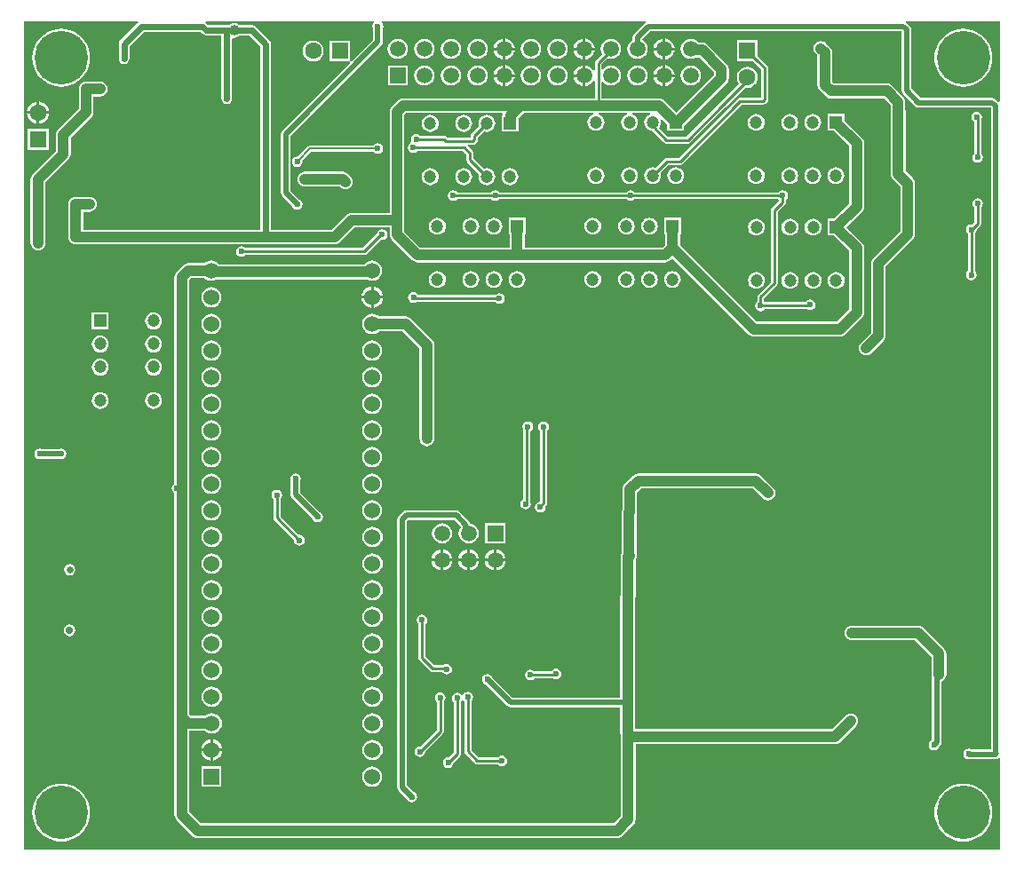
<source format=gbl>
G04*
G04 #@! TF.GenerationSoftware,Altium Limited,Altium Designer,20.2.7 (254)*
G04*
G04 Layer_Physical_Order=2*
G04 Layer_Color=16711680*
%FSLAX44Y44*%
%MOMM*%
G71*
G04*
G04 #@! TF.SameCoordinates,7D6B4F49-DC3A-4529-8959-06C9B6854153*
G04*
G04*
G04 #@! TF.FilePolarity,Positive*
G04*
G01*
G75*
%ADD12C,0.2540*%
%ADD13C,0.2000*%
%ADD99C,0.6000*%
%ADD102C,1.0000*%
%ADD103C,0.5000*%
%ADD105C,0.7000*%
%ADD106C,0.6500*%
%ADD107C,5.1000*%
%ADD108C,1.2000*%
%ADD109R,1.2000X1.2000*%
%ADD110R,1.2000X1.2000*%
%ADD111C,1.5000*%
%ADD112R,1.5000X1.5000*%
%ADD113R,1.6000X1.6000*%
%ADD114C,1.6000*%
%ADD115R,1.6000X1.6000*%
%ADD116R,1.5240X1.5240*%
%ADD117C,1.5240*%
%ADD118C,0.6000*%
%ADD119C,1.0000*%
G36*
X597602Y793730D02*
X596396Y792924D01*
X586232Y782761D01*
X585238Y781272D01*
X584888Y779517D01*
Y776695D01*
X584679Y776608D01*
X582695Y775085D01*
X581172Y773101D01*
X580215Y770790D01*
X579888Y768310D01*
X580215Y765830D01*
X581172Y763519D01*
X582695Y761535D01*
X584679Y760012D01*
X586990Y759054D01*
X589470Y758728D01*
X591950Y759054D01*
X594261Y760012D01*
X596245Y761535D01*
X597768Y763519D01*
X598726Y765830D01*
X599052Y768310D01*
X598726Y770790D01*
X597768Y773101D01*
X596245Y775085D01*
X594414Y776491D01*
X594299Y777549D01*
X594311Y777863D01*
X601540Y785092D01*
X841211D01*
X841452Y784851D01*
Y728530D01*
X841801Y726774D01*
X842796Y725286D01*
X854216Y713866D01*
X855704Y712871D01*
X857460Y712522D01*
X925973D01*
X926214Y712281D01*
Y100228D01*
X907578D01*
X907201Y100480D01*
X905250Y100868D01*
X903299Y100480D01*
X901645Y99375D01*
X900540Y97721D01*
X900152Y95770D01*
X900540Y93819D01*
X901645Y92165D01*
X903299Y91060D01*
X905250Y90672D01*
X907159Y91052D01*
X930802D01*
X932558Y91401D01*
X933730Y92184D01*
X935000Y91711D01*
Y5000D01*
X5000D01*
Y795000D01*
X113354D01*
X113740Y793730D01*
X113079Y793288D01*
X96395Y776605D01*
X95290Y774951D01*
X94902Y773000D01*
Y759000D01*
X95290Y757049D01*
X96395Y755395D01*
X98049Y754290D01*
X100000Y753902D01*
X101951Y754290D01*
X103605Y755395D01*
X104710Y757049D01*
X105098Y759000D01*
Y770888D01*
X118795Y784586D01*
X172518D01*
X174450Y782654D01*
X176104Y781548D01*
X178055Y781160D01*
X192890D01*
Y721000D01*
X193278Y719049D01*
X194383Y717395D01*
X196037Y716290D01*
X197988Y715902D01*
X199939Y716290D01*
X201593Y717395D01*
X202698Y719049D01*
X203086Y721000D01*
Y777911D01*
X204356Y779024D01*
X205000Y778940D01*
X206827Y779180D01*
X208530Y779885D01*
X209855Y780902D01*
X219888D01*
X229902Y770888D01*
Y596060D01*
X61060D01*
Y612990D01*
X67000D01*
X68827Y613230D01*
X70530Y613936D01*
X71992Y615057D01*
X73115Y616520D01*
X73820Y618223D01*
X74060Y620050D01*
X73820Y621877D01*
X73115Y623580D01*
X71992Y625042D01*
X70530Y626164D01*
X68827Y626870D01*
X67000Y627110D01*
X54000D01*
X52173Y626870D01*
X50470Y626164D01*
X49008Y625042D01*
X47885Y623580D01*
X47180Y621877D01*
X46940Y620050D01*
Y589000D01*
X47180Y587173D01*
X47885Y585470D01*
X49008Y584007D01*
X50470Y582886D01*
X52173Y582180D01*
X54000Y581940D01*
X301000D01*
X302827Y582180D01*
X304530Y582886D01*
X305992Y584007D01*
X319925Y597940D01*
X353170D01*
Y591200D01*
X353410Y589373D01*
X354115Y587670D01*
X355238Y586208D01*
X374680Y566766D01*
X376142Y565644D01*
X377845Y564938D01*
X379672Y564697D01*
X616068D01*
X617895Y564938D01*
X619598Y565644D01*
X621060Y566766D01*
X622871Y568576D01*
X644628Y546819D01*
X644628Y546819D01*
X695379Y496068D01*
X696842Y494945D01*
X698544Y494240D01*
X700372Y494000D01*
X782370D01*
X784197Y494240D01*
X785900Y494945D01*
X787363Y496068D01*
X803363Y512068D01*
X804484Y513530D01*
X805190Y515233D01*
X805430Y517060D01*
Y578810D01*
X805190Y580637D01*
X804484Y582340D01*
X803363Y583802D01*
X788856Y598309D01*
X803612Y613065D01*
X804734Y614528D01*
X805440Y616230D01*
X805680Y618058D01*
Y678292D01*
X805440Y680119D01*
X804734Y681822D01*
X803612Y683285D01*
X786644Y700253D01*
Y706268D01*
X770644D01*
Y690268D01*
X776659D01*
X791560Y675368D01*
Y620982D01*
X776886Y606309D01*
X770871D01*
Y590309D01*
X776886D01*
X791310Y575885D01*
Y519985D01*
X779445Y508120D01*
X703296D01*
X654613Y556804D01*
X654613Y556804D01*
X629931Y581485D01*
Y591309D01*
X630871D01*
Y607309D01*
X614871D01*
Y591309D01*
X615811D01*
Y581485D01*
X613144Y578818D01*
X481704D01*
Y591268D01*
X482644D01*
Y607268D01*
X466644D01*
Y591268D01*
X467584D01*
Y578818D01*
X382597D01*
X367290Y594124D01*
Y705528D01*
X369012Y707250D01*
X460491D01*
X461261Y706083D01*
X460872Y705309D01*
X459871D01*
Y689309D01*
X475871D01*
Y697850D01*
X475931Y698309D01*
Y701952D01*
X481228Y707250D01*
X547233D01*
X547486Y705980D01*
X545836Y705296D01*
X544165Y704014D01*
X542883Y702343D01*
X542077Y700397D01*
X541802Y698308D01*
X542077Y696220D01*
X542883Y694274D01*
X544165Y692603D01*
X545836Y691320D01*
X547783Y690514D01*
X549871Y690239D01*
X551959Y690514D01*
X553905Y691320D01*
X555577Y692603D01*
X556859Y694274D01*
X557665Y696220D01*
X557940Y698308D01*
X557665Y700397D01*
X556859Y702343D01*
X555577Y704014D01*
X553905Y705296D01*
X552256Y705980D01*
X552509Y707250D01*
X579233D01*
X579486Y705980D01*
X577836Y705296D01*
X576165Y704014D01*
X574883Y702343D01*
X574077Y700397D01*
X573802Y698308D01*
X574077Y696220D01*
X574883Y694274D01*
X576165Y692603D01*
X577836Y691320D01*
X579782Y690514D01*
X581871Y690239D01*
X583959Y690514D01*
X585905Y691320D01*
X587576Y692603D01*
X588859Y694274D01*
X589665Y696220D01*
X589940Y698308D01*
X589665Y700397D01*
X588859Y702343D01*
X587576Y704014D01*
X585905Y705296D01*
X584256Y705980D01*
X584509Y707250D01*
X601233D01*
X601486Y705980D01*
X599836Y705296D01*
X598165Y704014D01*
X596883Y702343D01*
X596077Y700397D01*
X595802Y698308D01*
X596077Y696220D01*
X596883Y694274D01*
X598165Y692603D01*
X599836Y691320D01*
X601782Y690514D01*
X603416Y690299D01*
X614512Y679202D01*
X615594Y678480D01*
X616870Y678226D01*
X637620D01*
X638896Y678480D01*
X639977Y679202D01*
X673477Y712702D01*
X673478Y712702D01*
X692241Y731466D01*
X694160Y731214D01*
X696770Y731557D01*
X699203Y732565D01*
X701292Y734168D01*
X702895Y736257D01*
X703903Y738689D01*
X704246Y741300D01*
X703903Y743911D01*
X702895Y746343D01*
X701292Y748432D01*
X699203Y750035D01*
X696770Y751043D01*
X694160Y751386D01*
X691550Y751043D01*
X689117Y750035D01*
X687028Y748432D01*
X685425Y746343D01*
X684417Y743911D01*
X684074Y741300D01*
X684417Y738689D01*
X685425Y736257D01*
X686370Y735025D01*
X668763Y717418D01*
X668762Y717418D01*
X636239Y684894D01*
X618251D01*
X609996Y693149D01*
X610859Y694274D01*
X611665Y696220D01*
X611940Y698308D01*
X611665Y700397D01*
X611427Y700971D01*
X612504Y701691D01*
X617871Y696323D01*
Y690308D01*
X633871D01*
Y695076D01*
X674470Y735675D01*
X675592Y737138D01*
X676298Y738840D01*
X676538Y740668D01*
Y748952D01*
X676298Y750779D01*
X675592Y752482D01*
X674470Y753945D01*
X656069Y772346D01*
X654607Y773468D01*
X652904Y774173D01*
X651077Y774414D01*
X647561D01*
X647046Y775085D01*
X645061Y776608D01*
X642750Y777566D01*
X640270Y777892D01*
X637790Y777566D01*
X635479Y776608D01*
X633495Y775085D01*
X631972Y773101D01*
X631015Y770790D01*
X630688Y768310D01*
X631015Y765830D01*
X631972Y763519D01*
X633495Y761535D01*
X635479Y760012D01*
X637790Y759054D01*
X640270Y758728D01*
X642750Y759054D01*
X645061Y760012D01*
X645427Y760293D01*
X648152D01*
X662418Y746028D01*
Y743592D01*
X626495Y707670D01*
X614862Y719302D01*
X613400Y720424D01*
X611697Y721130D01*
X609869Y721370D01*
X555334D01*
Y736603D01*
X556604Y737034D01*
X557295Y736134D01*
X559279Y734612D01*
X561590Y733654D01*
X564070Y733328D01*
X566550Y733654D01*
X568861Y734612D01*
X570845Y736134D01*
X572368Y738119D01*
X573326Y740430D01*
X573652Y742910D01*
X573326Y745390D01*
X572368Y747701D01*
X570845Y749685D01*
X568861Y751208D01*
X566550Y752166D01*
X564070Y752492D01*
X561590Y752166D01*
X559279Y751208D01*
X557295Y749685D01*
X556604Y748785D01*
X555334Y749217D01*
Y753619D01*
X561010Y759295D01*
X561590Y759054D01*
X564070Y758728D01*
X566550Y759054D01*
X568861Y760012D01*
X570845Y761535D01*
X572368Y763519D01*
X573326Y765830D01*
X573652Y768310D01*
X573326Y770790D01*
X572368Y773101D01*
X570845Y775085D01*
X568861Y776608D01*
X566550Y777566D01*
X564070Y777892D01*
X561590Y777566D01*
X559279Y776608D01*
X557295Y775085D01*
X555772Y773101D01*
X554815Y770790D01*
X554488Y768310D01*
X554815Y765830D01*
X555772Y763519D01*
X555786Y763501D01*
X549642Y757357D01*
X548920Y756276D01*
X548666Y755000D01*
Y748486D01*
X547525Y748021D01*
X547396Y748031D01*
X545831Y750071D01*
X543733Y751680D01*
X541291Y752692D01*
X539940Y752869D01*
Y742910D01*
Y732951D01*
X541291Y733128D01*
X543733Y734140D01*
X545831Y735749D01*
X547396Y737789D01*
X547525Y737799D01*
X548666Y737334D01*
Y721370D01*
X366088D01*
X364260Y721130D01*
X362558Y720424D01*
X361095Y719302D01*
X355238Y713445D01*
X354115Y711982D01*
X353410Y710279D01*
X353170Y708452D01*
Y612060D01*
X317000D01*
X315173Y611820D01*
X313470Y611115D01*
X312008Y609992D01*
X298076Y596060D01*
X240098D01*
Y773000D01*
X239710Y774951D01*
X238605Y776605D01*
X225605Y789605D01*
X223951Y790710D01*
X222000Y791098D01*
X209855D01*
X208530Y792114D01*
X206827Y792820D01*
X205000Y793060D01*
X203173Y792820D01*
X201470Y792114D01*
X200482Y791356D01*
X180167D01*
X178235Y793288D01*
X177574Y793730D01*
X177959Y795000D01*
X338197D01*
X338583Y793730D01*
X338395Y793605D01*
X337290Y791951D01*
X336902Y790000D01*
X337290Y788049D01*
X337412Y787867D01*
Y776900D01*
X316930Y756419D01*
X315660Y756945D01*
X315660Y757317D01*
Y776310D01*
X295660D01*
Y756310D01*
X314635D01*
X315025Y756310D01*
X315551Y755040D01*
X250756Y690244D01*
X249761Y688756D01*
X249412Y687000D01*
Y631000D01*
X249761Y629244D01*
X250756Y627756D01*
X260247Y618264D01*
X260290Y618049D01*
X261395Y616395D01*
X263049Y615290D01*
X265000Y614902D01*
X266951Y615290D01*
X268605Y616395D01*
X269710Y618049D01*
X270098Y620000D01*
X269710Y621951D01*
X268605Y623605D01*
X266951Y624710D01*
X266736Y624753D01*
X258588Y632901D01*
Y685099D01*
X345244Y771756D01*
X346239Y773244D01*
X346588Y775000D01*
Y787867D01*
X346710Y788049D01*
X347098Y790000D01*
X346710Y791951D01*
X345605Y793605D01*
X345417Y793730D01*
X345803Y795000D01*
X597305D01*
X597602Y793730D01*
D02*
G37*
G36*
X935000Y718189D02*
X933730Y717742D01*
X931117Y720354D01*
X929629Y721349D01*
X927873Y721698D01*
X859361D01*
X850628Y730431D01*
Y786751D01*
X850279Y788507D01*
X849284Y789995D01*
X846355Y792924D01*
X845150Y793730D01*
X845446Y795000D01*
X935000D01*
Y718189D01*
D02*
G37*
%LPC*%
G36*
X616140Y778269D02*
Y769580D01*
X624829D01*
X624652Y770931D01*
X623640Y773373D01*
X622031Y775471D01*
X619933Y777080D01*
X617491Y778092D01*
X616140Y778269D01*
D02*
G37*
G36*
X613600D02*
X612249Y778092D01*
X609807Y777080D01*
X607709Y775471D01*
X606100Y773373D01*
X605089Y770931D01*
X604911Y769580D01*
X613600D01*
Y778269D01*
D02*
G37*
G36*
X539940D02*
Y769580D01*
X548629D01*
X548452Y770931D01*
X547440Y773373D01*
X545831Y775471D01*
X543733Y777080D01*
X541291Y778092D01*
X539940Y778269D01*
D02*
G37*
G36*
X537400D02*
X536049Y778092D01*
X533607Y777080D01*
X531509Y775471D01*
X529900Y773373D01*
X528889Y770931D01*
X528711Y769580D01*
X537400D01*
Y778269D01*
D02*
G37*
G36*
X463740D02*
Y769580D01*
X472429D01*
X472252Y770931D01*
X471240Y773373D01*
X469631Y775471D01*
X467533Y777080D01*
X465091Y778092D01*
X463740Y778269D01*
D02*
G37*
G36*
X461200D02*
X459849Y778092D01*
X457407Y777080D01*
X455309Y775471D01*
X453700Y773373D01*
X452688Y770931D01*
X452511Y769580D01*
X461200D01*
Y778269D01*
D02*
G37*
G36*
X513270Y777892D02*
X510790Y777566D01*
X508479Y776608D01*
X506495Y775085D01*
X504972Y773101D01*
X504015Y770790D01*
X503688Y768310D01*
X504015Y765830D01*
X504972Y763519D01*
X506495Y761535D01*
X508479Y760012D01*
X510790Y759054D01*
X513270Y758728D01*
X515750Y759054D01*
X518061Y760012D01*
X520046Y761535D01*
X521568Y763519D01*
X522525Y765830D01*
X522852Y768310D01*
X522525Y770790D01*
X521568Y773101D01*
X520046Y775085D01*
X518061Y776608D01*
X515750Y777566D01*
X513270Y777892D01*
D02*
G37*
G36*
X487870D02*
X485390Y777566D01*
X483079Y776608D01*
X481095Y775085D01*
X479572Y773101D01*
X478615Y770790D01*
X478288Y768310D01*
X478615Y765830D01*
X479572Y763519D01*
X481095Y761535D01*
X483079Y760012D01*
X485390Y759054D01*
X487870Y758728D01*
X490350Y759054D01*
X492661Y760012D01*
X494646Y761535D01*
X496168Y763519D01*
X497126Y765830D01*
X497452Y768310D01*
X497126Y770790D01*
X496168Y773101D01*
X494646Y775085D01*
X492661Y776608D01*
X490350Y777566D01*
X487870Y777892D01*
D02*
G37*
G36*
X437070D02*
X434590Y777566D01*
X432279Y776608D01*
X430295Y775085D01*
X428772Y773101D01*
X427815Y770790D01*
X427488Y768310D01*
X427815Y765830D01*
X428772Y763519D01*
X430295Y761535D01*
X432279Y760012D01*
X434590Y759054D01*
X437070Y758728D01*
X439550Y759054D01*
X441861Y760012D01*
X443845Y761535D01*
X445368Y763519D01*
X446325Y765830D01*
X446652Y768310D01*
X446325Y770790D01*
X445368Y773101D01*
X443845Y775085D01*
X441861Y776608D01*
X439550Y777566D01*
X437070Y777892D01*
D02*
G37*
G36*
X411670D02*
X409190Y777566D01*
X406879Y776608D01*
X404895Y775085D01*
X403372Y773101D01*
X402415Y770790D01*
X402088Y768310D01*
X402415Y765830D01*
X403372Y763519D01*
X404895Y761535D01*
X406879Y760012D01*
X409190Y759054D01*
X411670Y758728D01*
X414150Y759054D01*
X416461Y760012D01*
X418446Y761535D01*
X419968Y763519D01*
X420925Y765830D01*
X421252Y768310D01*
X420925Y770790D01*
X419968Y773101D01*
X418446Y775085D01*
X416461Y776608D01*
X414150Y777566D01*
X411670Y777892D01*
D02*
G37*
G36*
X386270D02*
X383790Y777566D01*
X381479Y776608D01*
X379495Y775085D01*
X377972Y773101D01*
X377015Y770790D01*
X376688Y768310D01*
X377015Y765830D01*
X377972Y763519D01*
X379495Y761535D01*
X381479Y760012D01*
X383790Y759054D01*
X386270Y758728D01*
X388750Y759054D01*
X391061Y760012D01*
X393046Y761535D01*
X394568Y763519D01*
X395526Y765830D01*
X395852Y768310D01*
X395526Y770790D01*
X394568Y773101D01*
X393046Y775085D01*
X391061Y776608D01*
X388750Y777566D01*
X386270Y777892D01*
D02*
G37*
G36*
X360870D02*
X358390Y777566D01*
X356079Y776608D01*
X354095Y775085D01*
X352572Y773101D01*
X351615Y770790D01*
X351288Y768310D01*
X351615Y765830D01*
X352572Y763519D01*
X354095Y761535D01*
X356079Y760012D01*
X358390Y759054D01*
X360870Y758728D01*
X363350Y759054D01*
X365661Y760012D01*
X367645Y761535D01*
X369168Y763519D01*
X370126Y765830D01*
X370452Y768310D01*
X370126Y770790D01*
X369168Y773101D01*
X367645Y775085D01*
X365661Y776608D01*
X363350Y777566D01*
X360870Y777892D01*
D02*
G37*
G36*
X624829Y767040D02*
X616140D01*
Y758351D01*
X617491Y758528D01*
X619933Y759540D01*
X622031Y761149D01*
X623640Y763247D01*
X624652Y765689D01*
X624829Y767040D01*
D02*
G37*
G36*
X613600D02*
X604911D01*
X605089Y765689D01*
X606100Y763247D01*
X607709Y761149D01*
X609807Y759540D01*
X612249Y758528D01*
X613600Y758351D01*
Y767040D01*
D02*
G37*
G36*
X548629D02*
X539940D01*
Y758351D01*
X541291Y758528D01*
X543733Y759540D01*
X545831Y761149D01*
X547440Y763247D01*
X548452Y765689D01*
X548629Y767040D01*
D02*
G37*
G36*
X537400D02*
X528711D01*
X528889Y765689D01*
X529900Y763247D01*
X531509Y761149D01*
X533607Y759540D01*
X536049Y758528D01*
X537400Y758351D01*
Y767040D01*
D02*
G37*
G36*
X472429D02*
X463740D01*
Y758351D01*
X465091Y758528D01*
X467533Y759540D01*
X469631Y761149D01*
X471240Y763247D01*
X472252Y765689D01*
X472429Y767040D01*
D02*
G37*
G36*
X461200D02*
X452511D01*
X452688Y765689D01*
X453700Y763247D01*
X455309Y761149D01*
X457407Y759540D01*
X459849Y758528D01*
X461200Y758351D01*
Y767040D01*
D02*
G37*
G36*
X280260Y776396D02*
X277649Y776053D01*
X275217Y775045D01*
X273128Y773442D01*
X271525Y771353D01*
X270517Y768921D01*
X270174Y766310D01*
X270517Y763699D01*
X271525Y761267D01*
X273128Y759178D01*
X275217Y757575D01*
X277649Y756567D01*
X280260Y756224D01*
X282871Y756567D01*
X285303Y757575D01*
X287392Y759178D01*
X288995Y761267D01*
X290002Y763699D01*
X290346Y766310D01*
X290002Y768921D01*
X288995Y771353D01*
X287392Y773442D01*
X285303Y775045D01*
X282871Y776053D01*
X280260Y776396D01*
D02*
G37*
G36*
X616140Y752869D02*
Y744180D01*
X624829D01*
X624652Y745531D01*
X623640Y747973D01*
X622031Y750071D01*
X619933Y751680D01*
X617491Y752692D01*
X616140Y752869D01*
D02*
G37*
G36*
X613600D02*
X612249Y752692D01*
X609807Y751680D01*
X607709Y750071D01*
X606100Y747973D01*
X605089Y745531D01*
X604911Y744180D01*
X613600D01*
Y752869D01*
D02*
G37*
G36*
X537400D02*
X536049Y752692D01*
X533607Y751680D01*
X531509Y750071D01*
X529900Y747973D01*
X528889Y745531D01*
X528711Y744180D01*
X537400D01*
Y752869D01*
D02*
G37*
G36*
X463740D02*
Y744180D01*
X472429D01*
X472252Y745531D01*
X471240Y747973D01*
X469631Y750071D01*
X467533Y751680D01*
X465091Y752692D01*
X463740Y752869D01*
D02*
G37*
G36*
X461200D02*
X459849Y752692D01*
X457407Y751680D01*
X455309Y750071D01*
X453700Y747973D01*
X452688Y745531D01*
X452511Y744180D01*
X461200D01*
Y752869D01*
D02*
G37*
G36*
X370370Y752410D02*
X351370D01*
Y733410D01*
X370370D01*
Y752410D01*
D02*
G37*
G36*
X640270Y752492D02*
X637790Y752166D01*
X635479Y751208D01*
X633495Y749685D01*
X631972Y747701D01*
X631015Y745390D01*
X630688Y742910D01*
X631015Y740430D01*
X631972Y738119D01*
X633495Y736134D01*
X635479Y734612D01*
X637790Y733654D01*
X640270Y733328D01*
X642750Y733654D01*
X645061Y734612D01*
X647046Y736134D01*
X648568Y738119D01*
X649526Y740430D01*
X649852Y742910D01*
X649526Y745390D01*
X648568Y747701D01*
X647046Y749685D01*
X645061Y751208D01*
X642750Y752166D01*
X640270Y752492D01*
D02*
G37*
G36*
X589470D02*
X586990Y752166D01*
X584679Y751208D01*
X582695Y749685D01*
X581172Y747701D01*
X580215Y745390D01*
X579888Y742910D01*
X580215Y740430D01*
X581172Y738119D01*
X582695Y736134D01*
X584679Y734612D01*
X586990Y733654D01*
X589470Y733328D01*
X591950Y733654D01*
X594261Y734612D01*
X596245Y736134D01*
X597768Y738119D01*
X598726Y740430D01*
X599052Y742910D01*
X598726Y745390D01*
X597768Y747701D01*
X596245Y749685D01*
X594261Y751208D01*
X591950Y752166D01*
X589470Y752492D01*
D02*
G37*
G36*
X513270D02*
X510790Y752166D01*
X508479Y751208D01*
X506495Y749685D01*
X504972Y747701D01*
X504015Y745390D01*
X503688Y742910D01*
X504015Y740430D01*
X504972Y738119D01*
X506495Y736134D01*
X508479Y734612D01*
X510790Y733654D01*
X513270Y733328D01*
X515750Y733654D01*
X518061Y734612D01*
X520046Y736134D01*
X521568Y738119D01*
X522525Y740430D01*
X522852Y742910D01*
X522525Y745390D01*
X521568Y747701D01*
X520046Y749685D01*
X518061Y751208D01*
X515750Y752166D01*
X513270Y752492D01*
D02*
G37*
G36*
X487870D02*
X485390Y752166D01*
X483079Y751208D01*
X481095Y749685D01*
X479572Y747701D01*
X478615Y745390D01*
X478288Y742910D01*
X478615Y740430D01*
X479572Y738119D01*
X481095Y736134D01*
X483079Y734612D01*
X485390Y733654D01*
X487870Y733328D01*
X490350Y733654D01*
X492661Y734612D01*
X494646Y736134D01*
X496168Y738119D01*
X497126Y740430D01*
X497452Y742910D01*
X497126Y745390D01*
X496168Y747701D01*
X494646Y749685D01*
X492661Y751208D01*
X490350Y752166D01*
X487870Y752492D01*
D02*
G37*
G36*
X437070D02*
X434590Y752166D01*
X432279Y751208D01*
X430295Y749685D01*
X428772Y747701D01*
X427815Y745390D01*
X427488Y742910D01*
X427815Y740430D01*
X428772Y738119D01*
X430295Y736134D01*
X432279Y734612D01*
X434590Y733654D01*
X437070Y733328D01*
X439550Y733654D01*
X441861Y734612D01*
X443845Y736134D01*
X445368Y738119D01*
X446325Y740430D01*
X446652Y742910D01*
X446325Y745390D01*
X445368Y747701D01*
X443845Y749685D01*
X441861Y751208D01*
X439550Y752166D01*
X437070Y752492D01*
D02*
G37*
G36*
X411670D02*
X409190Y752166D01*
X406879Y751208D01*
X404895Y749685D01*
X403372Y747701D01*
X402415Y745390D01*
X402088Y742910D01*
X402415Y740430D01*
X403372Y738119D01*
X404895Y736134D01*
X406879Y734612D01*
X409190Y733654D01*
X411670Y733328D01*
X414150Y733654D01*
X416461Y734612D01*
X418446Y736134D01*
X419968Y738119D01*
X420925Y740430D01*
X421252Y742910D01*
X420925Y745390D01*
X419968Y747701D01*
X418446Y749685D01*
X416461Y751208D01*
X414150Y752166D01*
X411670Y752492D01*
D02*
G37*
G36*
X386270D02*
X383790Y752166D01*
X381479Y751208D01*
X379495Y749685D01*
X377972Y747701D01*
X377015Y745390D01*
X376688Y742910D01*
X377015Y740430D01*
X377972Y738119D01*
X379495Y736134D01*
X381479Y734612D01*
X383790Y733654D01*
X386270Y733328D01*
X388750Y733654D01*
X391061Y734612D01*
X393046Y736134D01*
X394568Y738119D01*
X395526Y740430D01*
X395852Y742910D01*
X395526Y745390D01*
X394568Y747701D01*
X393046Y749685D01*
X391061Y751208D01*
X388750Y752166D01*
X386270Y752492D01*
D02*
G37*
G36*
X624829Y741640D02*
X616140D01*
Y732951D01*
X617491Y733128D01*
X619933Y734140D01*
X622031Y735749D01*
X623640Y737847D01*
X624652Y740289D01*
X624829Y741640D01*
D02*
G37*
G36*
X613600D02*
X604911D01*
X605089Y740289D01*
X606100Y737847D01*
X607709Y735749D01*
X609807Y734140D01*
X612249Y733128D01*
X613600Y732951D01*
Y741640D01*
D02*
G37*
G36*
X537400D02*
X528711D01*
X528889Y740289D01*
X529900Y737847D01*
X531509Y735749D01*
X533607Y734140D01*
X536049Y733128D01*
X537400Y732951D01*
Y741640D01*
D02*
G37*
G36*
X472429D02*
X463740D01*
Y732951D01*
X465091Y733128D01*
X467533Y734140D01*
X469631Y735749D01*
X471240Y737847D01*
X472252Y740289D01*
X472429Y741640D01*
D02*
G37*
G36*
X461200D02*
X452511D01*
X452688Y740289D01*
X453700Y737847D01*
X455309Y735749D01*
X457407Y734140D01*
X459849Y733128D01*
X461200Y732951D01*
Y741640D01*
D02*
G37*
G36*
X40040Y787525D02*
X35725Y787185D01*
X31516Y786175D01*
X27517Y784518D01*
X23826Y782257D01*
X20534Y779446D01*
X17723Y776154D01*
X15462Y772463D01*
X13805Y768464D01*
X12795Y764255D01*
X12455Y759940D01*
X12795Y755625D01*
X13805Y751416D01*
X15462Y747417D01*
X17723Y743726D01*
X20534Y740434D01*
X23826Y737623D01*
X27517Y735361D01*
X31516Y733705D01*
X35725Y732695D01*
X40040Y732355D01*
X44355Y732695D01*
X48564Y733705D01*
X52563Y735361D01*
X56254Y737623D01*
X59546Y740434D01*
X62357Y743726D01*
X64618Y747417D01*
X66275Y751416D01*
X67285Y755625D01*
X67625Y759940D01*
X67285Y764255D01*
X66275Y768464D01*
X64618Y772463D01*
X62357Y776154D01*
X59546Y779446D01*
X56254Y782257D01*
X52563Y784518D01*
X48564Y786175D01*
X44355Y787185D01*
X40040Y787525D01*
D02*
G37*
G36*
X19270Y718164D02*
Y708970D01*
X28464D01*
X28269Y710452D01*
X27207Y713016D01*
X25517Y715217D01*
X23315Y716907D01*
X20752Y717969D01*
X19270Y718164D01*
D02*
G37*
G36*
X16730Y718164D02*
X15249Y717969D01*
X12685Y716907D01*
X10483Y715217D01*
X8793Y713016D01*
X7731Y710452D01*
X7536Y708970D01*
X16730D01*
Y718164D01*
D02*
G37*
G36*
Y706430D02*
X7536D01*
X7731Y704949D01*
X8793Y702384D01*
X10483Y700183D01*
X12685Y698493D01*
X15249Y697431D01*
X16730Y697236D01*
Y706430D01*
D02*
G37*
G36*
X28464D02*
X19270D01*
Y697236D01*
X20752Y697431D01*
X23315Y698493D01*
X25517Y700183D01*
X27207Y702384D01*
X28269Y704949D01*
X28464Y706430D01*
D02*
G37*
G36*
X756644Y706337D02*
X754556Y706062D01*
X752609Y705256D01*
X750938Y703974D01*
X749656Y702303D01*
X748850Y700357D01*
X748575Y698268D01*
X748850Y696180D01*
X749656Y694233D01*
X750938Y692562D01*
X752609Y691280D01*
X754556Y690474D01*
X756644Y690199D01*
X758732Y690474D01*
X760678Y691280D01*
X762350Y692562D01*
X763632Y694233D01*
X764438Y696180D01*
X764713Y698268D01*
X764438Y700357D01*
X763632Y702303D01*
X762350Y703974D01*
X760678Y705256D01*
X758732Y706062D01*
X756644Y706337D01*
D02*
G37*
G36*
X734644D02*
X732556Y706062D01*
X730610Y705256D01*
X728938Y703974D01*
X727656Y702303D01*
X726850Y700357D01*
X726575Y698268D01*
X726850Y696180D01*
X727656Y694233D01*
X728938Y692562D01*
X730610Y691280D01*
X732556Y690474D01*
X734644Y690199D01*
X736732Y690474D01*
X738679Y691280D01*
X740350Y692562D01*
X741632Y694233D01*
X742438Y696180D01*
X742713Y698268D01*
X742438Y700357D01*
X741632Y702303D01*
X740350Y703974D01*
X738679Y705256D01*
X736732Y706062D01*
X734644Y706337D01*
D02*
G37*
G36*
X702644D02*
X700556Y706062D01*
X698609Y705256D01*
X696938Y703974D01*
X695656Y702303D01*
X694850Y700357D01*
X694575Y698268D01*
X694850Y696180D01*
X695656Y694233D01*
X696938Y692562D01*
X698609Y691280D01*
X700556Y690474D01*
X702644Y690199D01*
X704732Y690474D01*
X706678Y691280D01*
X708350Y692562D01*
X709632Y694233D01*
X710438Y696180D01*
X710713Y698268D01*
X710438Y700357D01*
X709632Y702303D01*
X708350Y703974D01*
X706678Y705256D01*
X704732Y706062D01*
X702644Y706337D01*
D02*
G37*
G36*
X445871Y705378D02*
X443782Y705103D01*
X441836Y704297D01*
X440165Y703015D01*
X438883Y701344D01*
X438077Y699397D01*
X437802Y697309D01*
X438077Y695221D01*
X438367Y694520D01*
X431512Y687666D01*
X430790Y686584D01*
X430536Y685308D01*
Y683644D01*
X408189D01*
X407452Y684381D01*
X406370Y685104D01*
X405094Y685358D01*
X382369D01*
X382188Y685628D01*
X380535Y686733D01*
X378584Y687122D01*
X376633Y686733D01*
X374979Y685628D01*
X373874Y683975D01*
X373486Y682024D01*
X373874Y680073D01*
X373293Y678656D01*
X372071Y677839D01*
X370965Y676186D01*
X370577Y674235D01*
X370965Y672284D01*
X372071Y670630D01*
X373725Y669525D01*
X375675Y669137D01*
X377626Y669525D01*
X379280Y670630D01*
X379461Y670901D01*
X423077D01*
X426536Y667441D01*
Y662510D01*
X426790Y661234D01*
X427513Y660152D01*
X438367Y649298D01*
X438077Y648597D01*
X437802Y646509D01*
X438077Y644421D01*
X438883Y642475D01*
X440165Y640803D01*
X441836Y639521D01*
X443782Y638715D01*
X445871Y638440D01*
X447959Y638715D01*
X449905Y639521D01*
X451576Y640803D01*
X452859Y642475D01*
X453665Y644421D01*
X453940Y646509D01*
X453665Y648597D01*
X452859Y650544D01*
X451576Y652215D01*
X449905Y653497D01*
X447959Y654303D01*
X445871Y654578D01*
X443782Y654303D01*
X443082Y654013D01*
X433204Y663891D01*
Y668822D01*
X432950Y670098D01*
X432228Y671180D01*
X427701Y675706D01*
X428227Y676976D01*
X432382D01*
X433658Y677230D01*
X434740Y677952D01*
X436227Y679440D01*
X436950Y680522D01*
X437204Y681798D01*
Y683927D01*
X443082Y689805D01*
X443782Y689515D01*
X445871Y689240D01*
X447959Y689515D01*
X449905Y690321D01*
X451576Y691603D01*
X452859Y693275D01*
X453665Y695221D01*
X453940Y697309D01*
X453665Y699397D01*
X452859Y701344D01*
X451576Y703015D01*
X449905Y704297D01*
X447959Y705103D01*
X445871Y705378D01*
D02*
G37*
G36*
X423871D02*
X421782Y705103D01*
X419836Y704297D01*
X418165Y703015D01*
X416883Y701344D01*
X416077Y699397D01*
X415802Y697309D01*
X416077Y695221D01*
X416883Y693275D01*
X418165Y691603D01*
X419836Y690321D01*
X421782Y689515D01*
X423871Y689240D01*
X425959Y689515D01*
X427905Y690321D01*
X429576Y691603D01*
X430859Y693275D01*
X431665Y695221D01*
X431940Y697309D01*
X431665Y699397D01*
X430859Y701344D01*
X429576Y703015D01*
X427905Y704297D01*
X425959Y705103D01*
X423871Y705378D01*
D02*
G37*
G36*
X391871D02*
X389782Y705103D01*
X387836Y704297D01*
X386165Y703015D01*
X384883Y701344D01*
X384077Y699397D01*
X383802Y697309D01*
X384077Y695221D01*
X384883Y693275D01*
X386165Y691603D01*
X387836Y690321D01*
X389782Y689515D01*
X391871Y689240D01*
X393959Y689515D01*
X395905Y690321D01*
X397576Y691603D01*
X398859Y693275D01*
X399665Y695221D01*
X399940Y697309D01*
X399665Y699397D01*
X398859Y701344D01*
X397576Y703015D01*
X395905Y704297D01*
X393959Y705103D01*
X391871Y705378D01*
D02*
G37*
G36*
X341960Y678408D02*
X340009Y678020D01*
X338355Y676915D01*
X337990Y676369D01*
X277650D01*
X277650Y676369D01*
X276479Y676136D01*
X275487Y675473D01*
X265704Y665690D01*
X265060Y665818D01*
X263109Y665430D01*
X261455Y664325D01*
X260350Y662671D01*
X259962Y660720D01*
X260350Y658769D01*
X261455Y657115D01*
X263109Y656010D01*
X265060Y655622D01*
X267011Y656010D01*
X268665Y657115D01*
X269770Y658769D01*
X270158Y660720D01*
X270030Y661364D01*
X278917Y670251D01*
X337990D01*
X338355Y669705D01*
X340009Y668600D01*
X341960Y668212D01*
X343911Y668600D01*
X345565Y669705D01*
X346670Y671359D01*
X347058Y673310D01*
X346670Y675261D01*
X345565Y676915D01*
X343911Y678020D01*
X341960Y678408D01*
D02*
G37*
G36*
X28000Y692300D02*
X8000D01*
Y672300D01*
X28000D01*
Y692300D01*
D02*
G37*
G36*
X912820Y708438D02*
X910869Y708050D01*
X909215Y706945D01*
X908110Y705291D01*
X907722Y703340D01*
X908110Y701389D01*
X909215Y699735D01*
X910396Y698946D01*
Y668686D01*
X910125Y668505D01*
X909020Y666851D01*
X908632Y664900D01*
X909020Y662949D01*
X910125Y661295D01*
X911779Y660190D01*
X913730Y659802D01*
X915681Y660190D01*
X917335Y661295D01*
X918440Y662949D01*
X918828Y664900D01*
X918440Y666851D01*
X917335Y668505D01*
X917064Y668686D01*
Y700692D01*
X917530Y701389D01*
X917918Y703340D01*
X917530Y705291D01*
X916425Y706945D01*
X914771Y708050D01*
X912820Y708438D01*
D02*
G37*
G36*
X704160Y776700D02*
X684160D01*
Y756700D01*
X699445D01*
X701003Y755143D01*
X701003Y755142D01*
X707276Y748869D01*
Y721954D01*
X687430D01*
X686154Y721700D01*
X685072Y720977D01*
X628489Y664394D01*
X617422D01*
X616147Y664140D01*
X615065Y663418D01*
X606660Y655012D01*
X605959Y655302D01*
X603871Y655577D01*
X601782Y655302D01*
X599836Y654496D01*
X598165Y653214D01*
X596883Y651543D01*
X596077Y649597D01*
X595802Y647508D01*
X596077Y645420D01*
X596883Y643474D01*
X598165Y641803D01*
X599836Y640520D01*
X601782Y639714D01*
X603871Y639439D01*
X605959Y639714D01*
X607905Y640520D01*
X609577Y641803D01*
X610859Y643474D01*
X611665Y645420D01*
X611940Y647508D01*
X611665Y649597D01*
X611375Y650297D01*
X618803Y657726D01*
X629870D01*
X631146Y657980D01*
X632228Y658702D01*
X688811Y715286D01*
X709122D01*
X710398Y715540D01*
X711480Y716262D01*
X712968Y717750D01*
X713690Y718832D01*
X713944Y720108D01*
Y750250D01*
X713690Y751526D01*
X712968Y752607D01*
X704160Y761415D01*
Y776700D01*
D02*
G37*
G36*
X625871Y655577D02*
X623783Y655302D01*
X621836Y654496D01*
X620165Y653214D01*
X618883Y651543D01*
X618077Y649597D01*
X617802Y647508D01*
X618077Y645420D01*
X618883Y643474D01*
X620165Y641803D01*
X621836Y640520D01*
X623783Y639714D01*
X625871Y639439D01*
X627959Y639714D01*
X629905Y640520D01*
X631577Y641803D01*
X632859Y643474D01*
X633665Y645420D01*
X633940Y647508D01*
X633665Y649597D01*
X632859Y651543D01*
X631577Y653214D01*
X629905Y654496D01*
X627959Y655302D01*
X625871Y655577D01*
D02*
G37*
G36*
X581871D02*
X579782Y655302D01*
X577836Y654496D01*
X576165Y653214D01*
X574883Y651543D01*
X574077Y649597D01*
X573802Y647508D01*
X574077Y645420D01*
X574883Y643474D01*
X576165Y641803D01*
X577836Y640520D01*
X579782Y639714D01*
X581871Y639439D01*
X583959Y639714D01*
X585905Y640520D01*
X587576Y641803D01*
X588859Y643474D01*
X589665Y645420D01*
X589940Y647508D01*
X589665Y649597D01*
X588859Y651543D01*
X587576Y653214D01*
X585905Y654496D01*
X583959Y655302D01*
X581871Y655577D01*
D02*
G37*
G36*
X549871D02*
X547783Y655302D01*
X545836Y654496D01*
X544165Y653214D01*
X542883Y651543D01*
X542077Y649597D01*
X541802Y647508D01*
X542077Y645420D01*
X542883Y643474D01*
X544165Y641803D01*
X545836Y640520D01*
X547783Y639714D01*
X549871Y639439D01*
X551959Y639714D01*
X553905Y640520D01*
X555577Y641803D01*
X556859Y643474D01*
X557665Y645420D01*
X557940Y647508D01*
X557665Y649597D01*
X556859Y651543D01*
X555577Y653214D01*
X553905Y654496D01*
X551959Y655302D01*
X549871Y655577D01*
D02*
G37*
G36*
X778644Y655537D02*
X776556Y655262D01*
X774610Y654456D01*
X772938Y653174D01*
X771656Y651503D01*
X770850Y649557D01*
X770575Y647468D01*
X770850Y645380D01*
X771656Y643434D01*
X772938Y641762D01*
X774610Y640480D01*
X776556Y639674D01*
X778644Y639399D01*
X780732Y639674D01*
X782679Y640480D01*
X784350Y641762D01*
X785632Y643434D01*
X786438Y645380D01*
X786713Y647468D01*
X786438Y649557D01*
X785632Y651503D01*
X784350Y653174D01*
X782679Y654456D01*
X780732Y655262D01*
X778644Y655537D01*
D02*
G37*
G36*
X756644D02*
X754556Y655262D01*
X752609Y654456D01*
X750938Y653174D01*
X749656Y651503D01*
X748850Y649557D01*
X748575Y647468D01*
X748850Y645380D01*
X749656Y643434D01*
X750938Y641762D01*
X752609Y640480D01*
X754556Y639674D01*
X756644Y639399D01*
X758732Y639674D01*
X760678Y640480D01*
X762350Y641762D01*
X763632Y643434D01*
X764438Y645380D01*
X764713Y647468D01*
X764438Y649557D01*
X763632Y651503D01*
X762350Y653174D01*
X760678Y654456D01*
X758732Y655262D01*
X756644Y655537D01*
D02*
G37*
G36*
X734644D02*
X732556Y655262D01*
X730610Y654456D01*
X728938Y653174D01*
X727656Y651503D01*
X726850Y649557D01*
X726575Y647468D01*
X726850Y645380D01*
X727656Y643434D01*
X728938Y641762D01*
X730610Y640480D01*
X732556Y639674D01*
X734644Y639399D01*
X736732Y639674D01*
X738679Y640480D01*
X740350Y641762D01*
X741632Y643434D01*
X742438Y645380D01*
X742713Y647468D01*
X742438Y649557D01*
X741632Y651503D01*
X740350Y653174D01*
X738679Y654456D01*
X736732Y655262D01*
X734644Y655537D01*
D02*
G37*
G36*
X702644D02*
X700556Y655262D01*
X698609Y654456D01*
X696938Y653174D01*
X695656Y651503D01*
X694850Y649557D01*
X694575Y647468D01*
X694850Y645380D01*
X695656Y643434D01*
X696938Y641762D01*
X698609Y640480D01*
X700556Y639674D01*
X702644Y639399D01*
X704732Y639674D01*
X706678Y640480D01*
X708350Y641762D01*
X709632Y643434D01*
X710438Y645380D01*
X710713Y647468D01*
X710438Y649557D01*
X709632Y651503D01*
X708350Y653174D01*
X706678Y654456D01*
X704732Y655262D01*
X702644Y655537D01*
D02*
G37*
G36*
X467871Y654578D02*
X465783Y654303D01*
X463836Y653497D01*
X462165Y652215D01*
X460883Y650544D01*
X460077Y648597D01*
X459802Y646509D01*
X460077Y644421D01*
X460883Y642475D01*
X462165Y640803D01*
X463836Y639521D01*
X465783Y638715D01*
X467871Y638440D01*
X469959Y638715D01*
X471905Y639521D01*
X473577Y640803D01*
X474859Y642475D01*
X475665Y644421D01*
X475940Y646509D01*
X475665Y648597D01*
X474859Y650544D01*
X473577Y652215D01*
X471905Y653497D01*
X469959Y654303D01*
X467871Y654578D01*
D02*
G37*
G36*
X423871D02*
X421782Y654303D01*
X419836Y653497D01*
X418165Y652215D01*
X416883Y650544D01*
X416077Y648597D01*
X415802Y646509D01*
X416077Y644421D01*
X416883Y642475D01*
X418165Y640803D01*
X419836Y639521D01*
X421782Y638715D01*
X423871Y638440D01*
X425959Y638715D01*
X427905Y639521D01*
X429576Y640803D01*
X430859Y642475D01*
X431665Y644421D01*
X431940Y646509D01*
X431665Y648597D01*
X430859Y650544D01*
X429576Y652215D01*
X427905Y653497D01*
X425959Y654303D01*
X423871Y654578D01*
D02*
G37*
G36*
X391871D02*
X389782Y654303D01*
X387836Y653497D01*
X386165Y652215D01*
X384883Y650544D01*
X384077Y648597D01*
X383802Y646509D01*
X384077Y644421D01*
X384883Y642475D01*
X386165Y640803D01*
X387836Y639521D01*
X389782Y638715D01*
X391871Y638440D01*
X393959Y638715D01*
X395905Y639521D01*
X397576Y640803D01*
X398859Y642475D01*
X399665Y644421D01*
X399940Y646509D01*
X399665Y648597D01*
X398859Y650544D01*
X397576Y652215D01*
X395905Y653497D01*
X393959Y654303D01*
X391871Y654578D01*
D02*
G37*
G36*
X308540Y651170D02*
X272223D01*
X270396Y650930D01*
X268693Y650225D01*
X267230Y649102D01*
X266108Y647640D01*
X265403Y645937D01*
X265163Y644110D01*
X265403Y642283D01*
X266108Y640580D01*
X267230Y639118D01*
X268693Y637995D01*
X270396Y637290D01*
X272223Y637050D01*
X305616D01*
X306038Y636628D01*
X307500Y635505D01*
X309203Y634800D01*
X311030Y634560D01*
X312857Y634800D01*
X314560Y635505D01*
X316022Y636628D01*
X317145Y638090D01*
X317850Y639793D01*
X318090Y641620D01*
X317850Y643447D01*
X317145Y645150D01*
X316022Y646612D01*
X313533Y649102D01*
X312070Y650225D01*
X310367Y650930D01*
X308540Y651170D01*
D02*
G37*
G36*
X727870Y633408D02*
X725919Y633020D01*
X724265Y631915D01*
X724084Y631644D01*
X586656D01*
X586475Y631915D01*
X584821Y633020D01*
X582870Y633408D01*
X580919Y633020D01*
X579265Y631915D01*
X579084Y631644D01*
X457656D01*
X457475Y631915D01*
X455821Y633020D01*
X453870Y633408D01*
X451919Y633020D01*
X450265Y631915D01*
X450084Y631644D01*
X417656D01*
X417475Y631915D01*
X415821Y633020D01*
X413870Y633408D01*
X411919Y633020D01*
X410265Y631915D01*
X409160Y630261D01*
X408772Y628310D01*
X409160Y626359D01*
X410265Y624705D01*
X411919Y623600D01*
X413870Y623212D01*
X415821Y623600D01*
X417475Y624705D01*
X417656Y624976D01*
X450084D01*
X450265Y624705D01*
X451919Y623600D01*
X453870Y623212D01*
X455821Y623600D01*
X457475Y624705D01*
X457656Y624976D01*
X579084D01*
X579265Y624705D01*
X580919Y623600D01*
X582870Y623212D01*
X584821Y623600D01*
X586475Y624705D01*
X586656Y624976D01*
X723102D01*
X724242Y623771D01*
X724233Y623388D01*
X717513Y616668D01*
X716790Y615586D01*
X716536Y614310D01*
Y546159D01*
X704512Y534136D01*
X703790Y533054D01*
X703536Y531778D01*
Y527096D01*
X703265Y526915D01*
X702160Y525261D01*
X701772Y523310D01*
X702160Y521359D01*
X703265Y519705D01*
X704919Y518600D01*
X706870Y518212D01*
X708821Y518600D01*
X710475Y519705D01*
X710990Y520476D01*
X750608D01*
X751919Y519600D01*
X753870Y519212D01*
X755821Y519600D01*
X757475Y520705D01*
X758580Y522359D01*
X758968Y524310D01*
X758580Y526261D01*
X757475Y527915D01*
X755821Y529020D01*
X753870Y529408D01*
X751919Y529020D01*
X750265Y527915D01*
X749750Y527144D01*
X710204D01*
Y530397D01*
X722227Y542421D01*
X722950Y543502D01*
X723204Y544778D01*
Y612929D01*
X730228Y619953D01*
X730950Y621034D01*
X731204Y622310D01*
Y624524D01*
X731475Y624705D01*
X732580Y626359D01*
X732968Y628310D01*
X732580Y630261D01*
X731475Y631915D01*
X729821Y633020D01*
X727870Y633408D01*
D02*
G37*
G36*
X913730Y625998D02*
X911779Y625610D01*
X910125Y624505D01*
X909020Y622851D01*
X908632Y620900D01*
X909020Y618949D01*
X910125Y617295D01*
X910396Y617114D01*
Y603281D01*
X908049Y600934D01*
X907730Y600998D01*
X905779Y600610D01*
X904125Y599505D01*
X903020Y597851D01*
X902632Y595900D01*
X903020Y593949D01*
X904125Y592295D01*
X904396Y592114D01*
Y556686D01*
X904125Y556505D01*
X903020Y554851D01*
X902632Y552900D01*
X903020Y550949D01*
X904125Y549295D01*
X905779Y548190D01*
X907730Y547802D01*
X909681Y548190D01*
X911335Y549295D01*
X912440Y550949D01*
X912828Y552900D01*
X912440Y554851D01*
X911335Y556505D01*
X911064Y556686D01*
Y592114D01*
X911335Y592295D01*
X912440Y593949D01*
X912828Y595900D01*
X912764Y596219D01*
X916088Y599543D01*
X916810Y600624D01*
X917064Y601900D01*
Y617114D01*
X917335Y617295D01*
X918440Y618949D01*
X918828Y620900D01*
X918440Y622851D01*
X917335Y624505D01*
X915681Y625610D01*
X913730Y625998D01*
D02*
G37*
G36*
X600871Y607378D02*
X598783Y607103D01*
X596836Y606297D01*
X595165Y605015D01*
X593883Y603344D01*
X593077Y601398D01*
X592802Y599309D01*
X593077Y597221D01*
X593883Y595275D01*
X595165Y593604D01*
X596836Y592321D01*
X598783Y591515D01*
X600871Y591240D01*
X602959Y591515D01*
X604905Y592321D01*
X606577Y593604D01*
X607859Y595275D01*
X608665Y597221D01*
X608940Y599309D01*
X608665Y601398D01*
X607859Y603344D01*
X606577Y605015D01*
X604905Y606297D01*
X602959Y607103D01*
X600871Y607378D01*
D02*
G37*
G36*
X578871D02*
X576782Y607103D01*
X574836Y606297D01*
X573165Y605015D01*
X571883Y603344D01*
X571077Y601398D01*
X570802Y599309D01*
X571077Y597221D01*
X571883Y595275D01*
X573165Y593604D01*
X574836Y592321D01*
X576782Y591515D01*
X578871Y591240D01*
X580959Y591515D01*
X582905Y592321D01*
X584577Y593604D01*
X585859Y595275D01*
X586665Y597221D01*
X586940Y599309D01*
X586665Y601398D01*
X585859Y603344D01*
X584577Y605015D01*
X582905Y606297D01*
X580959Y607103D01*
X578871Y607378D01*
D02*
G37*
G36*
X546871D02*
X544782Y607103D01*
X542836Y606297D01*
X541165Y605015D01*
X539883Y603344D01*
X539077Y601398D01*
X538802Y599309D01*
X539077Y597221D01*
X539883Y595275D01*
X541165Y593604D01*
X542836Y592321D01*
X544782Y591515D01*
X546871Y591240D01*
X548959Y591515D01*
X550905Y592321D01*
X552577Y593604D01*
X553859Y595275D01*
X554665Y597221D01*
X554940Y599309D01*
X554665Y601398D01*
X553859Y603344D01*
X552577Y605015D01*
X550905Y606297D01*
X548959Y607103D01*
X546871Y607378D01*
D02*
G37*
G36*
X452644Y607337D02*
X450556Y607062D01*
X448610Y606256D01*
X446938Y604973D01*
X445656Y603302D01*
X444850Y601356D01*
X444575Y599268D01*
X444850Y597179D01*
X445656Y595233D01*
X446938Y593562D01*
X448610Y592280D01*
X450556Y591474D01*
X452644Y591199D01*
X454733Y591474D01*
X456679Y592280D01*
X458350Y593562D01*
X459632Y595233D01*
X460438Y597179D01*
X460713Y599268D01*
X460438Y601356D01*
X459632Y603302D01*
X458350Y604973D01*
X456679Y606256D01*
X454733Y607062D01*
X452644Y607337D01*
D02*
G37*
G36*
X430644D02*
X428556Y607062D01*
X426609Y606256D01*
X424938Y604973D01*
X423656Y603302D01*
X422850Y601356D01*
X422575Y599268D01*
X422850Y597179D01*
X423656Y595233D01*
X424938Y593562D01*
X426609Y592280D01*
X428556Y591474D01*
X430644Y591199D01*
X432733Y591474D01*
X434679Y592280D01*
X436350Y593562D01*
X437632Y595233D01*
X438438Y597179D01*
X438713Y599268D01*
X438438Y601356D01*
X437632Y603302D01*
X436350Y604973D01*
X434679Y606256D01*
X432733Y607062D01*
X430644Y607337D01*
D02*
G37*
G36*
X398644D02*
X396556Y607062D01*
X394609Y606256D01*
X392938Y604973D01*
X391656Y603302D01*
X390850Y601356D01*
X390575Y599268D01*
X390850Y597179D01*
X391656Y595233D01*
X392938Y593562D01*
X394609Y592280D01*
X396556Y591474D01*
X398644Y591199D01*
X400732Y591474D01*
X402679Y592280D01*
X404350Y593562D01*
X405632Y595233D01*
X406438Y597179D01*
X406713Y599268D01*
X406438Y601356D01*
X405632Y603302D01*
X404350Y604973D01*
X402679Y606256D01*
X400732Y607062D01*
X398644Y607337D01*
D02*
G37*
G36*
X756871Y606378D02*
X754782Y606103D01*
X752836Y605297D01*
X751165Y604014D01*
X749883Y602343D01*
X749077Y600397D01*
X748802Y598309D01*
X749077Y596220D01*
X749883Y594274D01*
X751165Y592603D01*
X752836Y591321D01*
X754782Y590515D01*
X756871Y590240D01*
X758959Y590515D01*
X760905Y591321D01*
X762577Y592603D01*
X763859Y594274D01*
X764665Y596220D01*
X764940Y598309D01*
X764665Y600397D01*
X763859Y602343D01*
X762577Y604014D01*
X760905Y605297D01*
X758959Y606103D01*
X756871Y606378D01*
D02*
G37*
G36*
X734871D02*
X732783Y606103D01*
X730836Y605297D01*
X729165Y604014D01*
X727883Y602343D01*
X727077Y600397D01*
X726802Y598309D01*
X727077Y596220D01*
X727883Y594274D01*
X729165Y592603D01*
X730836Y591321D01*
X732783Y590515D01*
X734871Y590240D01*
X736959Y590515D01*
X738905Y591321D01*
X740576Y592603D01*
X741859Y594274D01*
X742665Y596220D01*
X742940Y598309D01*
X742665Y600397D01*
X741859Y602343D01*
X740576Y604014D01*
X738905Y605297D01*
X736959Y606103D01*
X734871Y606378D01*
D02*
G37*
G36*
X702871D02*
X700782Y606103D01*
X698836Y605297D01*
X697165Y604014D01*
X695883Y602343D01*
X695077Y600397D01*
X694802Y598309D01*
X695077Y596220D01*
X695883Y594274D01*
X697165Y592603D01*
X698836Y591321D01*
X700782Y590515D01*
X702871Y590240D01*
X704959Y590515D01*
X706905Y591321D01*
X708577Y592603D01*
X709859Y594274D01*
X710665Y596220D01*
X710940Y598309D01*
X710665Y600397D01*
X709859Y602343D01*
X708577Y604014D01*
X706905Y605297D01*
X704959Y606103D01*
X702871Y606378D01*
D02*
G37*
G36*
X346200Y596388D02*
X344249Y596000D01*
X342595Y594895D01*
X341490Y593241D01*
X341240Y591981D01*
X327593Y578334D01*
X215786D01*
X215605Y578605D01*
X213951Y579710D01*
X212000Y580098D01*
X210049Y579710D01*
X208395Y578605D01*
X207290Y576951D01*
X206902Y575000D01*
X207290Y573049D01*
X208395Y571395D01*
X210049Y570290D01*
X212000Y569902D01*
X213951Y570290D01*
X215605Y571395D01*
X215786Y571666D01*
X328974D01*
X330250Y571920D01*
X331331Y572643D01*
X345100Y586411D01*
X346200Y586192D01*
X348151Y586580D01*
X349805Y587685D01*
X350910Y589339D01*
X351298Y591290D01*
X350910Y593241D01*
X349805Y594895D01*
X348151Y596000D01*
X346200Y596388D01*
D02*
G37*
G36*
X77000Y737060D02*
X64000D01*
X62173Y736820D01*
X60470Y736115D01*
X59008Y734992D01*
X57885Y733530D01*
X57180Y731827D01*
X56940Y730000D01*
Y710925D01*
X37008Y690992D01*
X35886Y689530D01*
X35180Y687827D01*
X34940Y686000D01*
Y670925D01*
X13008Y648992D01*
X11885Y647530D01*
X11180Y645827D01*
X10940Y644000D01*
Y598000D01*
Y583000D01*
X11180Y581173D01*
X11885Y579470D01*
X13008Y578008D01*
X14470Y576885D01*
X16173Y576180D01*
X18000Y575940D01*
X19827Y576180D01*
X21530Y576885D01*
X22992Y578008D01*
X24114Y579470D01*
X24820Y581173D01*
X25060Y583000D01*
Y598000D01*
Y641076D01*
X46992Y663008D01*
X48115Y664470D01*
X48820Y666173D01*
X49060Y668000D01*
Y683075D01*
X68992Y703008D01*
X70114Y704470D01*
X70820Y706173D01*
X71060Y708000D01*
Y722940D01*
X77000D01*
X78827Y723180D01*
X80530Y723885D01*
X81992Y725007D01*
X83115Y726470D01*
X83820Y728173D01*
X84060Y730000D01*
X83820Y731827D01*
X83115Y733530D01*
X81992Y734992D01*
X80530Y736115D01*
X78827Y736820D01*
X77000Y737060D01*
D02*
G37*
G36*
X336520Y566643D02*
X334009Y566312D01*
X331669Y565343D01*
X329659Y563801D01*
X328699Y562550D01*
X191041Y562550D01*
X190081Y563801D01*
X188071Y565343D01*
X185731Y566312D01*
X183220Y566643D01*
X180709Y566312D01*
X178368Y565343D01*
X176567Y563960D01*
X160978D01*
X159150Y563720D01*
X157448Y563014D01*
X155985Y561892D01*
X150128Y556035D01*
X149005Y554572D01*
X148300Y552869D01*
X148060Y551042D01*
Y353566D01*
X146875Y352775D01*
X145770Y351121D01*
X145382Y349170D01*
X145770Y347219D01*
X146875Y345565D01*
X148060Y344774D01*
Y130998D01*
Y37760D01*
X148300Y35933D01*
X149005Y34230D01*
X150128Y32768D01*
X165238Y17658D01*
X166700Y16536D01*
X168403Y15830D01*
X170230Y15590D01*
X569810D01*
X571637Y15830D01*
X573340Y16536D01*
X574802Y17658D01*
X585642Y28498D01*
X586764Y29960D01*
X587470Y31663D01*
X587710Y33490D01*
Y105470D01*
X778000D01*
X779827Y105710D01*
X781530Y106416D01*
X782992Y107538D01*
X797753Y122297D01*
X798874Y123760D01*
X799580Y125463D01*
X799820Y127290D01*
X799580Y129117D01*
X798874Y130820D01*
X797753Y132282D01*
X796290Y133404D01*
X794587Y134110D01*
X792760Y134350D01*
X790933Y134110D01*
X789230Y133404D01*
X787768Y132282D01*
X775076Y119590D01*
X587200D01*
Y144870D01*
Y207610D01*
Y243620D01*
X587450Y244223D01*
X587690Y246050D01*
Y281622D01*
X587801Y281767D01*
X588507Y283470D01*
X588747Y285297D01*
X588570Y286640D01*
Y324122D01*
X588819Y324722D01*
X589060Y326549D01*
Y345215D01*
X593204Y349360D01*
X699165D01*
X708737Y339788D01*
X710200Y338666D01*
X711903Y337960D01*
X713730Y337720D01*
X715557Y337960D01*
X717260Y338666D01*
X718722Y339788D01*
X719844Y341250D01*
X720550Y342953D01*
X720790Y344780D01*
X720550Y346607D01*
X719844Y348310D01*
X718722Y349772D01*
X707083Y361412D01*
X705620Y362534D01*
X703917Y363240D01*
X702090Y363480D01*
X590280D01*
X588453Y363240D01*
X586750Y362534D01*
X585288Y361412D01*
X577007Y353132D01*
X575885Y351670D01*
X575179Y349967D01*
X574939Y348139D01*
Y328488D01*
X574690Y327887D01*
X574450Y326060D01*
Y287611D01*
X573810Y286068D01*
X573570Y284240D01*
Y247990D01*
X573320Y247387D01*
X573080Y245560D01*
Y207610D01*
Y149458D01*
X470570D01*
X451083Y168946D01*
X451040Y169161D01*
X449935Y170815D01*
X448281Y171920D01*
X446330Y172308D01*
X444379Y171920D01*
X442725Y170815D01*
X441620Y169161D01*
X441232Y167210D01*
X441620Y165259D01*
X442725Y163605D01*
X444379Y162500D01*
X444594Y162457D01*
X465426Y141626D01*
X466914Y140631D01*
X468670Y140282D01*
X573080D01*
Y115910D01*
X573320Y114083D01*
X573590Y113432D01*
Y36414D01*
X566885Y29710D01*
X173155D01*
X162180Y40684D01*
Y118080D01*
X177019D01*
X178769Y116737D01*
X181109Y115768D01*
X183620Y115437D01*
X186131Y115768D01*
X188472Y116737D01*
X190481Y118279D01*
X192023Y120288D01*
X192992Y122629D01*
X193323Y125140D01*
X192992Y127651D01*
X192023Y129992D01*
X190481Y132001D01*
X188472Y133543D01*
X186131Y134512D01*
X183620Y134843D01*
X181109Y134512D01*
X178769Y133543D01*
X177019Y132200D01*
X163902D01*
X162180Y133922D01*
Y548118D01*
X163902Y549840D01*
X176671D01*
X178368Y548537D01*
X180709Y547568D01*
X183220Y547237D01*
X185731Y547568D01*
X187812Y548430D01*
X331928Y548430D01*
X334009Y547568D01*
X336520Y547237D01*
X339031Y547568D01*
X341371Y548537D01*
X343381Y550079D01*
X344923Y552089D01*
X345892Y554429D01*
X346223Y556940D01*
X345892Y559451D01*
X344923Y561791D01*
X343381Y563801D01*
X341371Y565343D01*
X339031Y566312D01*
X336520Y566643D01*
D02*
G37*
G36*
X622871Y556578D02*
X620783Y556303D01*
X618836Y555497D01*
X617165Y554215D01*
X615883Y552544D01*
X615077Y550598D01*
X614802Y548509D01*
X615077Y546421D01*
X615883Y544475D01*
X617165Y542803D01*
X618836Y541521D01*
X620783Y540715D01*
X622871Y540440D01*
X624959Y540715D01*
X626905Y541521D01*
X628577Y542803D01*
X629859Y544475D01*
X630665Y546421D01*
X630940Y548509D01*
X630665Y550598D01*
X629859Y552544D01*
X628577Y554215D01*
X626905Y555497D01*
X624959Y556303D01*
X622871Y556578D01*
D02*
G37*
G36*
X600871D02*
X598783Y556303D01*
X596836Y555497D01*
X595165Y554215D01*
X593883Y552544D01*
X593077Y550598D01*
X592802Y548509D01*
X593077Y546421D01*
X593883Y544475D01*
X595165Y542803D01*
X596836Y541521D01*
X598783Y540715D01*
X600871Y540440D01*
X602959Y540715D01*
X604905Y541521D01*
X606577Y542803D01*
X607859Y544475D01*
X608665Y546421D01*
X608940Y548509D01*
X608665Y550598D01*
X607859Y552544D01*
X606577Y554215D01*
X604905Y555497D01*
X602959Y556303D01*
X600871Y556578D01*
D02*
G37*
G36*
X578871D02*
X576782Y556303D01*
X574836Y555497D01*
X573165Y554215D01*
X571883Y552544D01*
X571077Y550598D01*
X570802Y548509D01*
X571077Y546421D01*
X571883Y544475D01*
X573165Y542803D01*
X574836Y541521D01*
X576782Y540715D01*
X578871Y540440D01*
X580959Y540715D01*
X582905Y541521D01*
X584577Y542803D01*
X585859Y544475D01*
X586665Y546421D01*
X586940Y548509D01*
X586665Y550598D01*
X585859Y552544D01*
X584577Y554215D01*
X582905Y555497D01*
X580959Y556303D01*
X578871Y556578D01*
D02*
G37*
G36*
X546871D02*
X544782Y556303D01*
X542836Y555497D01*
X541165Y554215D01*
X539883Y552544D01*
X539077Y550598D01*
X538802Y548509D01*
X539077Y546421D01*
X539883Y544475D01*
X541165Y542803D01*
X542836Y541521D01*
X544782Y540715D01*
X546871Y540440D01*
X548959Y540715D01*
X550905Y541521D01*
X552577Y542803D01*
X553859Y544475D01*
X554665Y546421D01*
X554940Y548509D01*
X554665Y550598D01*
X553859Y552544D01*
X552577Y554215D01*
X550905Y555497D01*
X548959Y556303D01*
X546871Y556578D01*
D02*
G37*
G36*
X474644Y556537D02*
X472556Y556262D01*
X470610Y555456D01*
X468938Y554173D01*
X467656Y552502D01*
X466850Y550556D01*
X466575Y548468D01*
X466850Y546379D01*
X467656Y544433D01*
X468938Y542762D01*
X470610Y541480D01*
X472556Y540674D01*
X474644Y540399D01*
X476732Y540674D01*
X478679Y541480D01*
X480350Y542762D01*
X481632Y544433D01*
X482438Y546379D01*
X482713Y548468D01*
X482438Y550556D01*
X481632Y552502D01*
X480350Y554173D01*
X478679Y555456D01*
X476732Y556262D01*
X474644Y556537D01*
D02*
G37*
G36*
X452644D02*
X450556Y556262D01*
X448610Y555456D01*
X446938Y554173D01*
X445656Y552502D01*
X444850Y550556D01*
X444575Y548468D01*
X444850Y546379D01*
X445656Y544433D01*
X446938Y542762D01*
X448610Y541480D01*
X450556Y540674D01*
X452644Y540399D01*
X454733Y540674D01*
X456679Y541480D01*
X458350Y542762D01*
X459632Y544433D01*
X460438Y546379D01*
X460713Y548468D01*
X460438Y550556D01*
X459632Y552502D01*
X458350Y554173D01*
X456679Y555456D01*
X454733Y556262D01*
X452644Y556537D01*
D02*
G37*
G36*
X430644D02*
X428556Y556262D01*
X426609Y555456D01*
X424938Y554173D01*
X423656Y552502D01*
X422850Y550556D01*
X422575Y548468D01*
X422850Y546379D01*
X423656Y544433D01*
X424938Y542762D01*
X426609Y541480D01*
X428556Y540674D01*
X430644Y540399D01*
X432733Y540674D01*
X434679Y541480D01*
X436350Y542762D01*
X437632Y544433D01*
X438438Y546379D01*
X438713Y548468D01*
X438438Y550556D01*
X437632Y552502D01*
X436350Y554173D01*
X434679Y555456D01*
X432733Y556262D01*
X430644Y556537D01*
D02*
G37*
G36*
X398644D02*
X396556Y556262D01*
X394609Y555456D01*
X392938Y554173D01*
X391656Y552502D01*
X390850Y550556D01*
X390575Y548468D01*
X390850Y546379D01*
X391656Y544433D01*
X392938Y542762D01*
X394609Y541480D01*
X396556Y540674D01*
X398644Y540399D01*
X400732Y540674D01*
X402679Y541480D01*
X404350Y542762D01*
X405632Y544433D01*
X406438Y546379D01*
X406713Y548468D01*
X406438Y550556D01*
X405632Y552502D01*
X404350Y554173D01*
X402679Y555456D01*
X400732Y556262D01*
X398644Y556537D01*
D02*
G37*
G36*
X778871Y555578D02*
X776783Y555303D01*
X774836Y554497D01*
X773165Y553214D01*
X771883Y551543D01*
X771077Y549597D01*
X770802Y547509D01*
X771077Y545420D01*
X771883Y543474D01*
X773165Y541803D01*
X774836Y540521D01*
X776783Y539715D01*
X778871Y539440D01*
X780959Y539715D01*
X782905Y540521D01*
X784576Y541803D01*
X785859Y543474D01*
X786665Y545420D01*
X786940Y547509D01*
X786665Y549597D01*
X785859Y551543D01*
X784576Y553214D01*
X782905Y554497D01*
X780959Y555303D01*
X778871Y555578D01*
D02*
G37*
G36*
X756871D02*
X754782Y555303D01*
X752836Y554497D01*
X751165Y553214D01*
X749883Y551543D01*
X749077Y549597D01*
X748802Y547509D01*
X749077Y545420D01*
X749883Y543474D01*
X751165Y541803D01*
X752836Y540521D01*
X754782Y539715D01*
X756871Y539440D01*
X758959Y539715D01*
X760905Y540521D01*
X762577Y541803D01*
X763859Y543474D01*
X764665Y545420D01*
X764940Y547509D01*
X764665Y549597D01*
X763859Y551543D01*
X762577Y553214D01*
X760905Y554497D01*
X758959Y555303D01*
X756871Y555578D01*
D02*
G37*
G36*
X734871D02*
X732783Y555303D01*
X730836Y554497D01*
X729165Y553214D01*
X727883Y551543D01*
X727077Y549597D01*
X726802Y547509D01*
X727077Y545420D01*
X727883Y543474D01*
X729165Y541803D01*
X730836Y540521D01*
X732783Y539715D01*
X734871Y539440D01*
X736959Y539715D01*
X738905Y540521D01*
X740576Y541803D01*
X741859Y543474D01*
X742665Y545420D01*
X742940Y547509D01*
X742665Y549597D01*
X741859Y551543D01*
X740576Y553214D01*
X738905Y554497D01*
X736959Y555303D01*
X734871Y555578D01*
D02*
G37*
G36*
X702871D02*
X700782Y555303D01*
X698836Y554497D01*
X697165Y553214D01*
X695883Y551543D01*
X695077Y549597D01*
X694802Y547509D01*
X695077Y545420D01*
X695883Y543474D01*
X697165Y541803D01*
X698836Y540521D01*
X700782Y539715D01*
X702871Y539440D01*
X704959Y539715D01*
X706905Y540521D01*
X708577Y541803D01*
X709859Y543474D01*
X710665Y545420D01*
X710940Y547509D01*
X710665Y549597D01*
X709859Y551543D01*
X708577Y553214D01*
X706905Y554497D01*
X704959Y555303D01*
X702871Y555578D01*
D02*
G37*
G36*
X337790Y541620D02*
Y532810D01*
X346600D01*
X346418Y534192D01*
X345395Y536664D01*
X343766Y538786D01*
X341644Y540415D01*
X339172Y541438D01*
X337790Y541620D01*
D02*
G37*
G36*
X335250Y541620D02*
X333868Y541438D01*
X331396Y540415D01*
X329274Y538786D01*
X327645Y536664D01*
X326622Y534192D01*
X326440Y532810D01*
X335250D01*
Y541620D01*
D02*
G37*
G36*
X375870Y536414D02*
X373919Y536026D01*
X372265Y534921D01*
X371160Y533267D01*
X370772Y531316D01*
X371160Y529365D01*
X372265Y527711D01*
X373919Y526606D01*
X375870Y526218D01*
X377821Y526606D01*
X379127Y527479D01*
X453748D01*
X454265Y526705D01*
X455919Y525600D01*
X457870Y525212D01*
X459821Y525600D01*
X461475Y526705D01*
X462580Y528359D01*
X462968Y530310D01*
X462580Y532261D01*
X461475Y533915D01*
X459821Y535020D01*
X457870Y535408D01*
X455919Y535020D01*
X454613Y534147D01*
X379992D01*
X379475Y534921D01*
X377821Y536026D01*
X375870Y536414D01*
D02*
G37*
G36*
X183220Y541243D02*
X180709Y540912D01*
X178368Y539943D01*
X176359Y538401D01*
X174817Y536391D01*
X173848Y534051D01*
X173517Y531540D01*
X173848Y529029D01*
X174817Y526688D01*
X176359Y524679D01*
X178368Y523137D01*
X180709Y522168D01*
X183220Y521837D01*
X185731Y522168D01*
X188071Y523137D01*
X190081Y524679D01*
X191623Y526688D01*
X192592Y529029D01*
X192923Y531540D01*
X192592Y534051D01*
X191623Y536391D01*
X190081Y538401D01*
X188071Y539943D01*
X185731Y540912D01*
X183220Y541243D01*
D02*
G37*
G36*
X335250Y530270D02*
X326440D01*
X326622Y528888D01*
X327645Y526416D01*
X329274Y524294D01*
X331396Y522665D01*
X333868Y521642D01*
X335250Y521460D01*
Y530270D01*
D02*
G37*
G36*
X346600D02*
X337790D01*
Y521460D01*
X339172Y521642D01*
X341644Y522665D01*
X343766Y524294D01*
X345395Y526416D01*
X346418Y528888D01*
X346600Y530270D01*
D02*
G37*
G36*
X85300Y516940D02*
X69300D01*
Y500940D01*
X85300D01*
Y516940D01*
D02*
G37*
G36*
X128100Y517009D02*
X126012Y516734D01*
X124066Y515928D01*
X122394Y514646D01*
X121112Y512975D01*
X120306Y511028D01*
X120031Y508940D01*
X120306Y506852D01*
X121112Y504906D01*
X122394Y503234D01*
X124066Y501952D01*
X126012Y501146D01*
X128100Y500871D01*
X130188Y501146D01*
X132135Y501952D01*
X133806Y503234D01*
X135088Y504906D01*
X135894Y506852D01*
X136169Y508940D01*
X135894Y511028D01*
X135088Y512975D01*
X133806Y514646D01*
X132135Y515928D01*
X130188Y516734D01*
X128100Y517009D01*
D02*
G37*
G36*
X183220Y515843D02*
X180709Y515512D01*
X178368Y514543D01*
X176359Y513001D01*
X174817Y510992D01*
X173848Y508651D01*
X173517Y506140D01*
X173848Y503629D01*
X174817Y501288D01*
X176359Y499279D01*
X178368Y497737D01*
X180709Y496768D01*
X183220Y496437D01*
X185731Y496768D01*
X188071Y497737D01*
X190081Y499279D01*
X191623Y501288D01*
X192592Y503629D01*
X192923Y506140D01*
X192592Y508651D01*
X191623Y510992D01*
X190081Y513001D01*
X188071Y514543D01*
X185731Y515512D01*
X183220Y515843D01*
D02*
G37*
G36*
X128100Y495009D02*
X126012Y494734D01*
X124066Y493928D01*
X122394Y492646D01*
X121112Y490975D01*
X120306Y489028D01*
X120031Y486940D01*
X120306Y484852D01*
X121112Y482906D01*
X122394Y481234D01*
X124066Y479952D01*
X126012Y479146D01*
X128100Y478871D01*
X130188Y479146D01*
X132135Y479952D01*
X133806Y481234D01*
X135088Y482906D01*
X135894Y484852D01*
X136169Y486940D01*
X135894Y489028D01*
X135088Y490975D01*
X133806Y492646D01*
X132135Y493928D01*
X130188Y494734D01*
X128100Y495009D01*
D02*
G37*
G36*
X77300D02*
X75212Y494734D01*
X73266Y493928D01*
X71594Y492646D01*
X70312Y490975D01*
X69506Y489028D01*
X69231Y486940D01*
X69506Y484852D01*
X70312Y482906D01*
X71594Y481234D01*
X73266Y479952D01*
X75212Y479146D01*
X77300Y478871D01*
X79388Y479146D01*
X81334Y479952D01*
X83006Y481234D01*
X84288Y482906D01*
X85094Y484852D01*
X85369Y486940D01*
X85094Y489028D01*
X84288Y490975D01*
X83006Y492646D01*
X81334Y493928D01*
X79388Y494734D01*
X77300Y495009D01*
D02*
G37*
G36*
X764410Y775810D02*
X762583Y775570D01*
X760880Y774864D01*
X759418Y773742D01*
X758296Y772280D01*
X757590Y770577D01*
X757350Y768750D01*
X757590Y766923D01*
X758296Y765220D01*
X759418Y763757D01*
X760900Y762275D01*
Y734088D01*
X761140Y732261D01*
X761845Y730558D01*
X762968Y729095D01*
X768825Y723238D01*
X770288Y722115D01*
X771991Y721410D01*
X773818Y721170D01*
X824233D01*
X830560Y714843D01*
Y709310D01*
X830800Y707483D01*
X830810Y707460D01*
Y649260D01*
X831050Y647433D01*
X831756Y645730D01*
X832878Y644268D01*
X839945Y637201D01*
Y594370D01*
X814128Y568553D01*
X813006Y567090D01*
X812300Y565387D01*
X812060Y563560D01*
Y497734D01*
X802628Y488302D01*
X801506Y486840D01*
X800800Y485137D01*
X800560Y483310D01*
X800800Y481483D01*
X801506Y479780D01*
X802628Y478318D01*
X804090Y477196D01*
X805793Y476490D01*
X807620Y476250D01*
X809447Y476490D01*
X811150Y477196D01*
X812612Y478318D01*
X824112Y489818D01*
X825235Y491280D01*
X825940Y492983D01*
X826180Y494810D01*
Y560635D01*
X851998Y586453D01*
X853120Y587915D01*
X853825Y589618D01*
X854065Y591445D01*
Y640125D01*
X853825Y641952D01*
X853120Y643655D01*
X851998Y645117D01*
X844930Y652185D01*
Y709060D01*
X844690Y710887D01*
X844680Y710910D01*
Y717768D01*
X844440Y719595D01*
X843735Y721298D01*
X842613Y722760D01*
X832150Y733222D01*
X830688Y734344D01*
X828985Y735050D01*
X827158Y735290D01*
X776742D01*
X775020Y737012D01*
Y765200D01*
X774780Y767027D01*
X774074Y768730D01*
X772952Y770192D01*
X769402Y773742D01*
X767940Y774864D01*
X766237Y775570D01*
X764410Y775810D01*
D02*
G37*
G36*
X336520Y490443D02*
X334009Y490112D01*
X331669Y489143D01*
X329659Y487601D01*
X328117Y485592D01*
X327148Y483251D01*
X326817Y480740D01*
X327148Y478229D01*
X328117Y475888D01*
X329659Y473879D01*
X331669Y472337D01*
X334009Y471368D01*
X336520Y471037D01*
X339031Y471368D01*
X341371Y472337D01*
X343381Y473879D01*
X344923Y475888D01*
X345892Y478229D01*
X346223Y480740D01*
X345892Y483251D01*
X344923Y485592D01*
X343381Y487601D01*
X341371Y489143D01*
X339031Y490112D01*
X336520Y490443D01*
D02*
G37*
G36*
X183220D02*
X180709Y490112D01*
X178368Y489143D01*
X176359Y487601D01*
X174817Y485592D01*
X173848Y483251D01*
X173517Y480740D01*
X173848Y478229D01*
X174817Y475888D01*
X176359Y473879D01*
X178368Y472337D01*
X180709Y471368D01*
X183220Y471037D01*
X185731Y471368D01*
X188071Y472337D01*
X190081Y473879D01*
X191623Y475888D01*
X192592Y478229D01*
X192923Y480740D01*
X192592Y483251D01*
X191623Y485592D01*
X190081Y487601D01*
X188071Y489143D01*
X185731Y490112D01*
X183220Y490443D01*
D02*
G37*
G36*
X128100Y473009D02*
X126012Y472734D01*
X124066Y471928D01*
X122394Y470646D01*
X121112Y468974D01*
X120306Y467028D01*
X120031Y464940D01*
X120306Y462852D01*
X121112Y460905D01*
X122394Y459234D01*
X124066Y457952D01*
X126012Y457146D01*
X128100Y456871D01*
X130188Y457146D01*
X132135Y457952D01*
X133806Y459234D01*
X135088Y460905D01*
X135894Y462852D01*
X136169Y464940D01*
X135894Y467028D01*
X135088Y468974D01*
X133806Y470646D01*
X132135Y471928D01*
X130188Y472734D01*
X128100Y473009D01*
D02*
G37*
G36*
X77300D02*
X75212Y472734D01*
X73266Y471928D01*
X71594Y470646D01*
X70312Y468974D01*
X69506Y467028D01*
X69231Y464940D01*
X69506Y462852D01*
X70312Y460905D01*
X71594Y459234D01*
X73266Y457952D01*
X75212Y457146D01*
X77300Y456871D01*
X79388Y457146D01*
X81334Y457952D01*
X83006Y459234D01*
X84288Y460905D01*
X85094Y462852D01*
X85369Y464940D01*
X85094Y467028D01*
X84288Y468974D01*
X83006Y470646D01*
X81334Y471928D01*
X79388Y472734D01*
X77300Y473009D01*
D02*
G37*
G36*
X336520Y465043D02*
X334009Y464712D01*
X331669Y463743D01*
X329659Y462201D01*
X328117Y460191D01*
X327148Y457851D01*
X326817Y455340D01*
X327148Y452829D01*
X328117Y450489D01*
X329659Y448479D01*
X331669Y446937D01*
X334009Y445968D01*
X336520Y445637D01*
X339031Y445968D01*
X341371Y446937D01*
X343381Y448479D01*
X344923Y450489D01*
X345892Y452829D01*
X346223Y455340D01*
X345892Y457851D01*
X344923Y460191D01*
X343381Y462201D01*
X341371Y463743D01*
X339031Y464712D01*
X336520Y465043D01*
D02*
G37*
G36*
X183220D02*
X180709Y464712D01*
X178368Y463743D01*
X176359Y462201D01*
X174817Y460191D01*
X173848Y457851D01*
X173517Y455340D01*
X173848Y452829D01*
X174817Y450489D01*
X176359Y448479D01*
X178368Y446937D01*
X180709Y445968D01*
X183220Y445637D01*
X185731Y445968D01*
X188071Y446937D01*
X190081Y448479D01*
X191623Y450489D01*
X192592Y452829D01*
X192923Y455340D01*
X192592Y457851D01*
X191623Y460191D01*
X190081Y462201D01*
X188071Y463743D01*
X185731Y464712D01*
X183220Y465043D01*
D02*
G37*
G36*
X128100Y441009D02*
X126012Y440734D01*
X124066Y439928D01*
X122394Y438646D01*
X121112Y436974D01*
X120306Y435028D01*
X120031Y432940D01*
X120306Y430852D01*
X121112Y428905D01*
X122394Y427234D01*
X124066Y425952D01*
X126012Y425146D01*
X128100Y424871D01*
X130188Y425146D01*
X132135Y425952D01*
X133806Y427234D01*
X135088Y428905D01*
X135894Y430852D01*
X136169Y432940D01*
X135894Y435028D01*
X135088Y436974D01*
X133806Y438646D01*
X132135Y439928D01*
X130188Y440734D01*
X128100Y441009D01*
D02*
G37*
G36*
X77300D02*
X75212Y440734D01*
X73266Y439928D01*
X71594Y438646D01*
X70312Y436974D01*
X69506Y435028D01*
X69231Y432940D01*
X69506Y430852D01*
X70312Y428905D01*
X71594Y427234D01*
X73266Y425952D01*
X75212Y425146D01*
X77300Y424871D01*
X79388Y425146D01*
X81334Y425952D01*
X83006Y427234D01*
X84288Y428905D01*
X85094Y430852D01*
X85369Y432940D01*
X85094Y435028D01*
X84288Y436974D01*
X83006Y438646D01*
X81334Y439928D01*
X79388Y440734D01*
X77300Y441009D01*
D02*
G37*
G36*
X336520Y439643D02*
X334009Y439312D01*
X331669Y438343D01*
X329659Y436801D01*
X328117Y434791D01*
X327148Y432451D01*
X326817Y429940D01*
X327148Y427429D01*
X328117Y425089D01*
X329659Y423079D01*
X331669Y421537D01*
X334009Y420568D01*
X336520Y420237D01*
X339031Y420568D01*
X341371Y421537D01*
X343381Y423079D01*
X344923Y425089D01*
X345892Y427429D01*
X346223Y429940D01*
X345892Y432451D01*
X344923Y434791D01*
X343381Y436801D01*
X341371Y438343D01*
X339031Y439312D01*
X336520Y439643D01*
D02*
G37*
G36*
X183220D02*
X180709Y439312D01*
X178368Y438343D01*
X176359Y436801D01*
X174817Y434791D01*
X173848Y432451D01*
X173517Y429940D01*
X173848Y427429D01*
X174817Y425089D01*
X176359Y423079D01*
X178368Y421537D01*
X180709Y420568D01*
X183220Y420237D01*
X185731Y420568D01*
X188071Y421537D01*
X190081Y423079D01*
X191623Y425089D01*
X192592Y427429D01*
X192923Y429940D01*
X192592Y432451D01*
X191623Y434791D01*
X190081Y436801D01*
X188071Y438343D01*
X185731Y439312D01*
X183220Y439643D01*
D02*
G37*
G36*
X336520Y414243D02*
X334009Y413912D01*
X331669Y412943D01*
X329659Y411401D01*
X328117Y409392D01*
X327148Y407051D01*
X326817Y404540D01*
X327148Y402029D01*
X328117Y399688D01*
X329659Y397679D01*
X331669Y396137D01*
X334009Y395168D01*
X336520Y394837D01*
X339031Y395168D01*
X341371Y396137D01*
X343381Y397679D01*
X344923Y399688D01*
X345892Y402029D01*
X346223Y404540D01*
X345892Y407051D01*
X344923Y409392D01*
X343381Y411401D01*
X341371Y412943D01*
X339031Y413912D01*
X336520Y414243D01*
D02*
G37*
G36*
X183220D02*
X180709Y413912D01*
X178368Y412943D01*
X176359Y411401D01*
X174817Y409392D01*
X173848Y407051D01*
X173517Y404540D01*
X173848Y402029D01*
X174817Y399688D01*
X176359Y397679D01*
X178368Y396137D01*
X180709Y395168D01*
X183220Y394837D01*
X185731Y395168D01*
X188071Y396137D01*
X190081Y397679D01*
X191623Y399688D01*
X192592Y402029D01*
X192923Y404540D01*
X192592Y407051D01*
X191623Y409392D01*
X190081Y411401D01*
X188071Y412943D01*
X185731Y413912D01*
X183220Y414243D01*
D02*
G37*
G36*
X336520Y515843D02*
X334009Y515512D01*
X331669Y514543D01*
X329659Y513001D01*
X328117Y510992D01*
X327148Y508651D01*
X326817Y506140D01*
X327148Y503629D01*
X328117Y501288D01*
X329659Y499279D01*
X331669Y497737D01*
X334009Y496768D01*
X336520Y496437D01*
X339031Y496768D01*
X341371Y497737D01*
X343121Y499080D01*
X365536D01*
X381560Y483055D01*
Y396560D01*
X381800Y394733D01*
X382505Y393030D01*
X383628Y391567D01*
X385090Y390446D01*
X386793Y389740D01*
X388620Y389500D01*
X390447Y389740D01*
X392150Y390446D01*
X393612Y391567D01*
X394734Y393030D01*
X395440Y394733D01*
X395680Y396560D01*
Y485980D01*
X395440Y487807D01*
X394734Y489510D01*
X393612Y490972D01*
X373452Y511133D01*
X371990Y512254D01*
X370287Y512960D01*
X368460Y513200D01*
X343121D01*
X341371Y514543D01*
X339031Y515512D01*
X336520Y515843D01*
D02*
G37*
G36*
X40000Y387098D02*
X38049Y386710D01*
X37867Y386588D01*
X21748D01*
X21566Y386710D01*
X19615Y387098D01*
X17664Y386710D01*
X16010Y385605D01*
X14905Y383951D01*
X14517Y382000D01*
X14905Y380049D01*
X16010Y378395D01*
X17664Y377290D01*
X19615Y376902D01*
X21566Y377290D01*
X21748Y377412D01*
X37867D01*
X38049Y377290D01*
X40000Y376902D01*
X41951Y377290D01*
X43605Y378395D01*
X44710Y380049D01*
X45098Y382000D01*
X44710Y383951D01*
X43605Y385605D01*
X41951Y386710D01*
X40000Y387098D01*
D02*
G37*
G36*
X336520Y388843D02*
X334009Y388512D01*
X331669Y387543D01*
X329659Y386001D01*
X328117Y383992D01*
X327148Y381651D01*
X326817Y379140D01*
X327148Y376629D01*
X328117Y374288D01*
X329659Y372279D01*
X331669Y370737D01*
X334009Y369768D01*
X336520Y369437D01*
X339031Y369768D01*
X341371Y370737D01*
X343381Y372279D01*
X344923Y374288D01*
X345892Y376629D01*
X346223Y379140D01*
X345892Y381651D01*
X344923Y383992D01*
X343381Y386001D01*
X341371Y387543D01*
X339031Y388512D01*
X336520Y388843D01*
D02*
G37*
G36*
X183220D02*
X180709Y388512D01*
X178368Y387543D01*
X176359Y386001D01*
X174817Y383992D01*
X173848Y381651D01*
X173517Y379140D01*
X173848Y376629D01*
X174817Y374288D01*
X176359Y372279D01*
X178368Y370737D01*
X180709Y369768D01*
X183220Y369437D01*
X185731Y369768D01*
X188071Y370737D01*
X190081Y372279D01*
X191623Y374288D01*
X192592Y376629D01*
X192923Y379140D01*
X192592Y381651D01*
X191623Y383992D01*
X190081Y386001D01*
X188071Y387543D01*
X185731Y388512D01*
X183220Y388843D01*
D02*
G37*
G36*
X336520Y363443D02*
X334009Y363112D01*
X331669Y362143D01*
X329659Y360601D01*
X328117Y358591D01*
X327148Y356251D01*
X326817Y353740D01*
X327148Y351229D01*
X328117Y348889D01*
X329659Y346879D01*
X331669Y345337D01*
X334009Y344368D01*
X336520Y344037D01*
X339031Y344368D01*
X341371Y345337D01*
X343381Y346879D01*
X344923Y348889D01*
X345892Y351229D01*
X346223Y353740D01*
X345892Y356251D01*
X344923Y358591D01*
X343381Y360601D01*
X341371Y362143D01*
X339031Y363112D01*
X336520Y363443D01*
D02*
G37*
G36*
X183220D02*
X180709Y363112D01*
X178368Y362143D01*
X176359Y360601D01*
X174817Y358591D01*
X173848Y356251D01*
X173517Y353740D01*
X173848Y351229D01*
X174817Y348889D01*
X176359Y346879D01*
X178368Y345337D01*
X180709Y344368D01*
X183220Y344037D01*
X185731Y344368D01*
X188071Y345337D01*
X190081Y346879D01*
X191623Y348889D01*
X192592Y351229D01*
X192923Y353740D01*
X192592Y356251D01*
X191623Y358591D01*
X190081Y360601D01*
X188071Y362143D01*
X185731Y363112D01*
X183220Y363443D01*
D02*
G37*
G36*
X484870Y413158D02*
X482919Y412770D01*
X481265Y411665D01*
X480160Y410011D01*
X479772Y408060D01*
X480160Y406109D01*
X480449Y405677D01*
Y338686D01*
X479265Y337895D01*
X478160Y336241D01*
X477772Y334290D01*
X478160Y332339D01*
X479265Y330685D01*
X480919Y329580D01*
X482870Y329192D01*
X484821Y329580D01*
X486475Y330685D01*
X487580Y332339D01*
X487968Y334290D01*
X487580Y336241D01*
X487117Y336934D01*
Y403548D01*
X488475Y404455D01*
X489580Y406109D01*
X489968Y408060D01*
X489580Y410011D01*
X488475Y411665D01*
X486821Y412770D01*
X484870Y413158D01*
D02*
G37*
G36*
X499870D02*
X497919Y412770D01*
X496265Y411665D01*
X495160Y410011D01*
X494772Y408060D01*
X495160Y406109D01*
X496265Y404455D01*
X496536Y404274D01*
Y336627D01*
X496179Y336270D01*
X494919Y336020D01*
X493265Y334915D01*
X492160Y333261D01*
X491772Y331310D01*
X492160Y329359D01*
X493265Y327705D01*
X494919Y326600D01*
X496870Y326212D01*
X498821Y326600D01*
X500475Y327705D01*
X501580Y329359D01*
X501968Y331310D01*
X501749Y332410D01*
X502228Y332889D01*
X502950Y333970D01*
X503204Y335246D01*
Y404274D01*
X503475Y404455D01*
X504580Y406109D01*
X504968Y408060D01*
X504580Y410011D01*
X503475Y411665D01*
X501821Y412770D01*
X499870Y413158D01*
D02*
G37*
G36*
X336520Y338043D02*
X334009Y337712D01*
X331669Y336743D01*
X329659Y335201D01*
X328117Y333191D01*
X327148Y330851D01*
X326817Y328340D01*
X327148Y325829D01*
X328117Y323489D01*
X329659Y321479D01*
X331669Y319937D01*
X334009Y318968D01*
X336520Y318637D01*
X339031Y318968D01*
X341371Y319937D01*
X343381Y321479D01*
X344923Y323489D01*
X345892Y325829D01*
X346223Y328340D01*
X345892Y330851D01*
X344923Y333191D01*
X343381Y335201D01*
X341371Y336743D01*
X339031Y337712D01*
X336520Y338043D01*
D02*
G37*
G36*
X183220D02*
X180709Y337712D01*
X178368Y336743D01*
X176359Y335201D01*
X174817Y333191D01*
X173848Y330851D01*
X173517Y328340D01*
X173848Y325829D01*
X174817Y323489D01*
X176359Y321479D01*
X178368Y319937D01*
X180709Y318968D01*
X183220Y318637D01*
X185731Y318968D01*
X188071Y319937D01*
X190081Y321479D01*
X191623Y323489D01*
X192592Y325829D01*
X192923Y328340D01*
X192592Y330851D01*
X191623Y333191D01*
X190081Y335201D01*
X188071Y336743D01*
X185731Y337712D01*
X183220Y338043D01*
D02*
G37*
G36*
X263585Y363348D02*
X261634Y362960D01*
X259980Y361855D01*
X258875Y360201D01*
X258487Y358250D01*
X258875Y356299D01*
X258997Y356117D01*
Y342980D01*
X259346Y341224D01*
X260341Y339736D01*
X279867Y320209D01*
X279910Y319994D01*
X281015Y318340D01*
X282669Y317235D01*
X284620Y316847D01*
X286571Y317235D01*
X288225Y318340D01*
X289330Y319994D01*
X289718Y321945D01*
X289330Y323896D01*
X288225Y325550D01*
X286571Y326655D01*
X286356Y326698D01*
X268173Y344880D01*
Y356117D01*
X268295Y356299D01*
X268683Y358250D01*
X268295Y360201D01*
X267190Y361855D01*
X265536Y362960D01*
X263585Y363348D01*
D02*
G37*
G36*
X463420Y315910D02*
X444420D01*
Y296910D01*
X463420D01*
Y315910D01*
D02*
G37*
G36*
X416890Y328128D02*
X369130D01*
X367374Y327779D01*
X365886Y326784D01*
X361876Y322774D01*
X360881Y321286D01*
X360532Y319530D01*
Y64190D01*
X360881Y62434D01*
X361876Y60946D01*
X369647Y53174D01*
X369690Y52959D01*
X370795Y51305D01*
X372449Y50200D01*
X374400Y49812D01*
X376351Y50200D01*
X378005Y51305D01*
X379110Y52959D01*
X379498Y54910D01*
X379110Y56861D01*
X378005Y58515D01*
X376351Y59620D01*
X376136Y59663D01*
X369708Y66090D01*
Y317630D01*
X371031Y318952D01*
X414990D01*
X421100Y312841D01*
Y312346D01*
X420222Y311201D01*
X419264Y308890D01*
X418938Y306410D01*
X419264Y303930D01*
X420222Y301619D01*
X421744Y299635D01*
X423729Y298112D01*
X426040Y297155D01*
X428520Y296828D01*
X431000Y297155D01*
X433311Y298112D01*
X435295Y299635D01*
X436818Y301619D01*
X437775Y303930D01*
X438102Y306410D01*
X437775Y308890D01*
X436818Y311201D01*
X435295Y313186D01*
X433311Y314708D01*
X431000Y315665D01*
X430068Y315788D01*
X429927Y316497D01*
X428933Y317986D01*
X420134Y326784D01*
X418646Y327779D01*
X416890Y328128D01*
D02*
G37*
G36*
X403120Y315992D02*
X400640Y315665D01*
X398329Y314708D01*
X396344Y313186D01*
X394822Y311201D01*
X393865Y308890D01*
X393538Y306410D01*
X393865Y303930D01*
X394822Y301619D01*
X396344Y299635D01*
X398329Y298112D01*
X400640Y297155D01*
X403120Y296828D01*
X405600Y297155D01*
X407911Y298112D01*
X409895Y299635D01*
X411418Y301619D01*
X412375Y303930D01*
X412702Y306410D01*
X412375Y308890D01*
X411418Y311201D01*
X409895Y313186D01*
X407911Y314708D01*
X405600Y315665D01*
X403120Y315992D01*
D02*
G37*
G36*
X245615Y347928D02*
X243664Y347540D01*
X242010Y346435D01*
X240905Y344781D01*
X240517Y342830D01*
X240905Y340879D01*
X242010Y339225D01*
X242281Y339044D01*
Y321175D01*
X242535Y319899D01*
X243258Y318817D01*
X261986Y300089D01*
X261922Y299770D01*
X262310Y297819D01*
X263415Y296165D01*
X265069Y295060D01*
X267020Y294672D01*
X268971Y295060D01*
X270625Y296165D01*
X271730Y297819D01*
X272118Y299770D01*
X271730Y301721D01*
X270625Y303375D01*
X268971Y304480D01*
X267020Y304868D01*
X266701Y304804D01*
X248949Y322556D01*
Y339044D01*
X249220Y339225D01*
X250325Y340879D01*
X250713Y342830D01*
X250325Y344781D01*
X249220Y346435D01*
X247566Y347540D01*
X245615Y347928D01*
D02*
G37*
G36*
X336920Y312643D02*
X334409Y312312D01*
X332068Y311343D01*
X330059Y309801D01*
X328517Y307792D01*
X327548Y305451D01*
X327217Y302940D01*
X327548Y300429D01*
X328517Y298088D01*
X330059Y296079D01*
X332068Y294537D01*
X334409Y293568D01*
X336920Y293237D01*
X339431Y293568D01*
X341772Y294537D01*
X343781Y296079D01*
X345323Y298088D01*
X346292Y300429D01*
X346623Y302940D01*
X346292Y305451D01*
X345323Y307792D01*
X343781Y309801D01*
X341772Y311343D01*
X339431Y312312D01*
X336920Y312643D01*
D02*
G37*
G36*
X183620D02*
X181109Y312312D01*
X178769Y311343D01*
X176759Y309801D01*
X175217Y307792D01*
X174248Y305451D01*
X173917Y302940D01*
X174248Y300429D01*
X175217Y298088D01*
X176759Y296079D01*
X178769Y294537D01*
X181109Y293568D01*
X183620Y293237D01*
X186131Y293568D01*
X188472Y294537D01*
X190481Y296079D01*
X192023Y298088D01*
X192992Y300429D01*
X193323Y302940D01*
X192992Y305451D01*
X192023Y307792D01*
X190481Y309801D01*
X188472Y311343D01*
X186131Y312312D01*
X183620Y312643D01*
D02*
G37*
G36*
X404390Y290969D02*
Y282280D01*
X413079D01*
X412902Y283631D01*
X411890Y286073D01*
X410281Y288171D01*
X408183Y289780D01*
X405741Y290792D01*
X404390Y290969D01*
D02*
G37*
G36*
X429790D02*
Y282280D01*
X438479D01*
X438302Y283631D01*
X437290Y286073D01*
X435681Y288171D01*
X433583Y289780D01*
X431141Y290792D01*
X429790Y290969D01*
D02*
G37*
G36*
X455190D02*
Y282280D01*
X463879D01*
X463702Y283631D01*
X462690Y286073D01*
X461081Y288171D01*
X458983Y289780D01*
X456541Y290792D01*
X455190Y290969D01*
D02*
G37*
G36*
X401850Y290969D02*
X400499Y290792D01*
X398057Y289780D01*
X395959Y288171D01*
X394350Y286073D01*
X393338Y283631D01*
X393161Y282280D01*
X401850D01*
Y290969D01*
D02*
G37*
G36*
X427250D02*
X425899Y290792D01*
X423457Y289780D01*
X421359Y288171D01*
X419750Y286073D01*
X418738Y283631D01*
X418561Y282280D01*
X427250D01*
Y290969D01*
D02*
G37*
G36*
X452650D02*
X451299Y290792D01*
X448857Y289780D01*
X446759Y288171D01*
X445150Y286073D01*
X444138Y283631D01*
X443961Y282280D01*
X452650D01*
Y290969D01*
D02*
G37*
G36*
X463879Y279740D02*
X455190D01*
Y271051D01*
X456541Y271228D01*
X458983Y272240D01*
X461081Y273849D01*
X462690Y275947D01*
X463702Y278389D01*
X463879Y279740D01*
D02*
G37*
G36*
X438479D02*
X429790D01*
Y271051D01*
X431141Y271228D01*
X433583Y272240D01*
X435681Y273849D01*
X437290Y275947D01*
X438302Y278389D01*
X438479Y279740D01*
D02*
G37*
G36*
X413079D02*
X404390D01*
Y271051D01*
X405741Y271228D01*
X408183Y272240D01*
X410281Y273849D01*
X411890Y275947D01*
X412902Y278389D01*
X413079Y279740D01*
D02*
G37*
G36*
X452650D02*
X443961D01*
X444138Y278389D01*
X445150Y275947D01*
X446759Y273849D01*
X448857Y272240D01*
X451299Y271228D01*
X452650Y271051D01*
Y279740D01*
D02*
G37*
G36*
X427250D02*
X418561D01*
X418738Y278389D01*
X419750Y275947D01*
X421359Y273849D01*
X423457Y272240D01*
X425899Y271228D01*
X427250Y271051D01*
Y279740D01*
D02*
G37*
G36*
X401850D02*
X393161D01*
X393338Y278389D01*
X394350Y275947D01*
X395959Y273849D01*
X398057Y272240D01*
X400499Y271228D01*
X401850Y271051D01*
Y279740D01*
D02*
G37*
G36*
X336920Y287243D02*
X334409Y286912D01*
X332068Y285943D01*
X330059Y284401D01*
X328517Y282391D01*
X327548Y280051D01*
X327217Y277540D01*
X327548Y275029D01*
X328517Y272689D01*
X330059Y270679D01*
X332068Y269137D01*
X334409Y268168D01*
X336920Y267837D01*
X339431Y268168D01*
X341772Y269137D01*
X343781Y270679D01*
X345323Y272689D01*
X346292Y275029D01*
X346623Y277540D01*
X346292Y280051D01*
X345323Y282391D01*
X343781Y284401D01*
X341772Y285943D01*
X339431Y286912D01*
X336920Y287243D01*
D02*
G37*
G36*
X183620D02*
X181109Y286912D01*
X178769Y285943D01*
X176759Y284401D01*
X175217Y282391D01*
X174248Y280051D01*
X173917Y277540D01*
X174248Y275029D01*
X175217Y272689D01*
X176759Y270679D01*
X178769Y269137D01*
X181109Y268168D01*
X183620Y267837D01*
X186131Y268168D01*
X188472Y269137D01*
X190481Y270679D01*
X192023Y272689D01*
X192992Y275029D01*
X193323Y277540D01*
X192992Y280051D01*
X192023Y282391D01*
X190481Y284401D01*
X188472Y285943D01*
X186131Y286912D01*
X183620Y287243D01*
D02*
G37*
G36*
X48300Y277053D02*
X46252Y276645D01*
X44515Y275485D01*
X43355Y273748D01*
X42947Y271700D01*
X43355Y269652D01*
X44515Y267915D01*
X46252Y266755D01*
X48300Y266347D01*
X50348Y266755D01*
X52085Y267915D01*
X53245Y269652D01*
X53653Y271700D01*
X53245Y273748D01*
X52085Y275485D01*
X50348Y276645D01*
X48300Y277053D01*
D02*
G37*
G36*
X336920Y261843D02*
X334409Y261512D01*
X332068Y260543D01*
X330059Y259001D01*
X328517Y256992D01*
X327548Y254651D01*
X327217Y252140D01*
X327548Y249629D01*
X328517Y247288D01*
X330059Y245279D01*
X332068Y243737D01*
X334409Y242768D01*
X336920Y242437D01*
X339431Y242768D01*
X341772Y243737D01*
X343781Y245279D01*
X345323Y247288D01*
X346292Y249629D01*
X346623Y252140D01*
X346292Y254651D01*
X345323Y256992D01*
X343781Y259001D01*
X341772Y260543D01*
X339431Y261512D01*
X336920Y261843D01*
D02*
G37*
G36*
X183620D02*
X181109Y261512D01*
X178769Y260543D01*
X176759Y259001D01*
X175217Y256992D01*
X174248Y254651D01*
X173917Y252140D01*
X174248Y249629D01*
X175217Y247288D01*
X176759Y245279D01*
X178769Y243737D01*
X181109Y242768D01*
X183620Y242437D01*
X186131Y242768D01*
X188472Y243737D01*
X190481Y245279D01*
X192023Y247288D01*
X192992Y249629D01*
X193323Y252140D01*
X192992Y254651D01*
X192023Y256992D01*
X190481Y259001D01*
X188472Y260543D01*
X186131Y261512D01*
X183620Y261843D01*
D02*
G37*
G36*
X336920Y236443D02*
X334409Y236112D01*
X332068Y235143D01*
X330059Y233601D01*
X328517Y231591D01*
X327548Y229251D01*
X327217Y226740D01*
X327548Y224229D01*
X328517Y221889D01*
X330059Y219879D01*
X332068Y218337D01*
X334409Y217368D01*
X336920Y217037D01*
X339431Y217368D01*
X341772Y218337D01*
X343781Y219879D01*
X345323Y221889D01*
X346292Y224229D01*
X346623Y226740D01*
X346292Y229251D01*
X345323Y231591D01*
X343781Y233601D01*
X341772Y235143D01*
X339431Y236112D01*
X336920Y236443D01*
D02*
G37*
G36*
X183620D02*
X181109Y236112D01*
X178769Y235143D01*
X176759Y233601D01*
X175217Y231591D01*
X174248Y229251D01*
X173917Y226740D01*
X174248Y224229D01*
X175217Y221889D01*
X176759Y219879D01*
X178769Y218337D01*
X181109Y217368D01*
X183620Y217037D01*
X186131Y217368D01*
X188472Y218337D01*
X190481Y219879D01*
X192023Y221889D01*
X192992Y224229D01*
X193323Y226740D01*
X192992Y229251D01*
X192023Y231591D01*
X190481Y233601D01*
X188472Y235143D01*
X186131Y236112D01*
X183620Y236443D01*
D02*
G37*
G36*
X48100Y219508D02*
X45954Y219081D01*
X44135Y217865D01*
X42919Y216046D01*
X42492Y213900D01*
X42919Y211754D01*
X44135Y209935D01*
X45954Y208719D01*
X48100Y208292D01*
X50246Y208719D01*
X52065Y209935D01*
X53281Y211754D01*
X53708Y213900D01*
X53281Y216046D01*
X52065Y217865D01*
X50246Y219081D01*
X48100Y219508D01*
D02*
G37*
G36*
X336920Y211043D02*
X334409Y210712D01*
X332068Y209743D01*
X330059Y208201D01*
X328517Y206192D01*
X327548Y203851D01*
X327217Y201340D01*
X327548Y198829D01*
X328517Y196488D01*
X330059Y194479D01*
X332068Y192937D01*
X334409Y191968D01*
X336920Y191637D01*
X339431Y191968D01*
X341772Y192937D01*
X343781Y194479D01*
X345323Y196488D01*
X346292Y198829D01*
X346623Y201340D01*
X346292Y203851D01*
X345323Y206192D01*
X343781Y208201D01*
X341772Y209743D01*
X339431Y210712D01*
X336920Y211043D01*
D02*
G37*
G36*
X183620D02*
X181109Y210712D01*
X178769Y209743D01*
X176759Y208201D01*
X175217Y206192D01*
X174248Y203851D01*
X173917Y201340D01*
X174248Y198829D01*
X175217Y196488D01*
X176759Y194479D01*
X178769Y192937D01*
X181109Y191968D01*
X183620Y191637D01*
X186131Y191968D01*
X188472Y192937D01*
X190481Y194479D01*
X192023Y196488D01*
X192992Y198829D01*
X193323Y201340D01*
X192992Y203851D01*
X192023Y206192D01*
X190481Y208201D01*
X188472Y209743D01*
X186131Y210712D01*
X183620Y211043D01*
D02*
G37*
G36*
X511870Y177408D02*
X509919Y177020D01*
X508265Y175915D01*
X507750Y175144D01*
X490862D01*
X489551Y176020D01*
X487600Y176408D01*
X485649Y176020D01*
X483995Y174915D01*
X482890Y173261D01*
X482502Y171310D01*
X482890Y169359D01*
X483995Y167705D01*
X485649Y166600D01*
X487600Y166212D01*
X489551Y166600D01*
X491205Y167705D01*
X491720Y168476D01*
X508608D01*
X509919Y167600D01*
X511870Y167212D01*
X513821Y167600D01*
X515475Y168705D01*
X516580Y170359D01*
X516968Y172310D01*
X516580Y174261D01*
X515475Y175915D01*
X513821Y177020D01*
X511870Y177408D01*
D02*
G37*
G36*
X383990Y228753D02*
X382039Y228365D01*
X380385Y227260D01*
X379280Y225606D01*
X378892Y223655D01*
X379280Y221704D01*
X380385Y220050D01*
X380656Y219869D01*
Y187710D01*
X380910Y186434D01*
X381632Y185352D01*
X392033Y174953D01*
X393114Y174230D01*
X394390Y173976D01*
X403563D01*
X404145Y173105D01*
X405799Y172000D01*
X407750Y171612D01*
X409701Y172000D01*
X411355Y173105D01*
X412460Y174759D01*
X412848Y176710D01*
X412460Y178661D01*
X411355Y180315D01*
X409701Y181420D01*
X407750Y181808D01*
X405799Y181420D01*
X404638Y180644D01*
X395771D01*
X387324Y189091D01*
Y219869D01*
X387595Y220050D01*
X388700Y221704D01*
X389088Y223655D01*
X388700Y225606D01*
X387595Y227260D01*
X385941Y228365D01*
X383990Y228753D01*
D02*
G37*
G36*
X336920Y185643D02*
X334409Y185312D01*
X332068Y184343D01*
X330059Y182801D01*
X328517Y180791D01*
X327548Y178451D01*
X327217Y175940D01*
X327548Y173429D01*
X328517Y171089D01*
X330059Y169079D01*
X332068Y167537D01*
X334409Y166568D01*
X336920Y166237D01*
X339431Y166568D01*
X341772Y167537D01*
X343781Y169079D01*
X345323Y171089D01*
X346292Y173429D01*
X346623Y175940D01*
X346292Y178451D01*
X345323Y180791D01*
X343781Y182801D01*
X341772Y184343D01*
X339431Y185312D01*
X336920Y185643D01*
D02*
G37*
G36*
X183620D02*
X181109Y185312D01*
X178769Y184343D01*
X176759Y182801D01*
X175217Y180791D01*
X174248Y178451D01*
X173917Y175940D01*
X174248Y173429D01*
X175217Y171089D01*
X176759Y169079D01*
X178769Y167537D01*
X181109Y166568D01*
X183620Y166237D01*
X186131Y166568D01*
X188472Y167537D01*
X190481Y169079D01*
X192023Y171089D01*
X192992Y173429D01*
X193323Y175940D01*
X192992Y178451D01*
X192023Y180791D01*
X190481Y182801D01*
X188472Y184343D01*
X186131Y185312D01*
X183620Y185643D01*
D02*
G37*
G36*
X427580Y155078D02*
X425629Y154690D01*
X423975Y153585D01*
X423195Y152417D01*
X421804Y152303D01*
X421726Y152330D01*
X421415Y152795D01*
X419761Y153900D01*
X417810Y154288D01*
X415859Y153900D01*
X414205Y152795D01*
X413100Y151141D01*
X412712Y149190D01*
X413100Y147239D01*
X414205Y145585D01*
X414476Y145404D01*
Y97741D01*
X409419Y92684D01*
X409100Y92748D01*
X407149Y92360D01*
X405495Y91255D01*
X404390Y89601D01*
X404002Y87650D01*
X404390Y85699D01*
X405495Y84045D01*
X407149Y82940D01*
X409100Y82552D01*
X411051Y82940D01*
X412705Y84045D01*
X413810Y85699D01*
X414198Y87650D01*
X414134Y87969D01*
X420168Y94003D01*
X420890Y95084D01*
X421144Y96360D01*
Y145404D01*
X421415Y145585D01*
X422076Y146575D01*
X423382Y146707D01*
X424246Y145887D01*
Y98380D01*
X424500Y97104D01*
X425223Y96023D01*
X434243Y87002D01*
X435324Y86280D01*
X436600Y86026D01*
X456454D01*
X456635Y85755D01*
X458289Y84650D01*
X460240Y84262D01*
X462191Y84650D01*
X463845Y85755D01*
X464950Y87409D01*
X465338Y89360D01*
X464950Y91311D01*
X463845Y92965D01*
X462191Y94070D01*
X460240Y94458D01*
X458289Y94070D01*
X456635Y92965D01*
X456454Y92694D01*
X437981D01*
X430914Y99761D01*
Y146194D01*
X431185Y146375D01*
X432290Y148029D01*
X432678Y149980D01*
X432290Y151931D01*
X431185Y153585D01*
X429531Y154690D01*
X427580Y155078D01*
D02*
G37*
G36*
X336920Y160243D02*
X334409Y159912D01*
X332068Y158943D01*
X330059Y157401D01*
X328517Y155392D01*
X327548Y153051D01*
X327217Y150540D01*
X327548Y148029D01*
X328517Y145688D01*
X330059Y143679D01*
X332068Y142137D01*
X334409Y141168D01*
X336920Y140837D01*
X339431Y141168D01*
X341772Y142137D01*
X343781Y143679D01*
X345323Y145688D01*
X346292Y148029D01*
X346623Y150540D01*
X346292Y153051D01*
X345323Y155392D01*
X343781Y157401D01*
X341772Y158943D01*
X339431Y159912D01*
X336920Y160243D01*
D02*
G37*
G36*
X183620D02*
X181109Y159912D01*
X178769Y158943D01*
X176759Y157401D01*
X175217Y155392D01*
X174248Y153051D01*
X173917Y150540D01*
X174248Y148029D01*
X175217Y145688D01*
X176759Y143679D01*
X178769Y142137D01*
X181109Y141168D01*
X183620Y140837D01*
X186131Y141168D01*
X188472Y142137D01*
X190481Y143679D01*
X192023Y145688D01*
X192992Y148029D01*
X193323Y150540D01*
X192992Y153051D01*
X192023Y155392D01*
X190481Y157401D01*
X188472Y158943D01*
X186131Y159912D01*
X183620Y160243D01*
D02*
G37*
G36*
X336920Y134843D02*
X334409Y134512D01*
X332068Y133543D01*
X330059Y132001D01*
X328517Y129992D01*
X327548Y127651D01*
X327217Y125140D01*
X327548Y122629D01*
X328517Y120288D01*
X330059Y118279D01*
X332068Y116737D01*
X334409Y115768D01*
X336920Y115437D01*
X339431Y115768D01*
X341772Y116737D01*
X343781Y118279D01*
X345323Y120288D01*
X346292Y122629D01*
X346623Y125140D01*
X346292Y127651D01*
X345323Y129992D01*
X343781Y132001D01*
X341772Y133543D01*
X339431Y134512D01*
X336920Y134843D01*
D02*
G37*
G36*
X401340Y154558D02*
X399389Y154170D01*
X397735Y153065D01*
X396630Y151411D01*
X396242Y149460D01*
X396630Y147509D01*
X397735Y145855D01*
X398006Y145674D01*
Y118751D01*
X382419Y103164D01*
X382100Y103228D01*
X380149Y102840D01*
X378495Y101735D01*
X377390Y100081D01*
X377002Y98130D01*
X377390Y96179D01*
X378495Y94525D01*
X380149Y93420D01*
X382100Y93032D01*
X384051Y93420D01*
X385705Y94525D01*
X386810Y96179D01*
X387198Y98130D01*
X387134Y98449D01*
X403698Y115012D01*
X404420Y116094D01*
X404674Y117370D01*
Y145674D01*
X404945Y145855D01*
X406050Y147509D01*
X406438Y149460D01*
X406050Y151411D01*
X404945Y153065D01*
X403291Y154170D01*
X401340Y154558D01*
D02*
G37*
G36*
X184890Y109820D02*
Y101010D01*
X193701D01*
X193519Y102392D01*
X192495Y104864D01*
X190866Y106986D01*
X188744Y108615D01*
X186272Y109639D01*
X184890Y109820D01*
D02*
G37*
G36*
X182350D02*
X180968Y109639D01*
X178496Y108615D01*
X176374Y106986D01*
X174745Y104864D01*
X173722Y102392D01*
X173540Y101010D01*
X182350D01*
Y109820D01*
D02*
G37*
G36*
X856870Y218370D02*
X793870D01*
X792043Y218130D01*
X790340Y217425D01*
X788878Y216302D01*
X787756Y214840D01*
X787050Y213137D01*
X786810Y211310D01*
X787050Y209483D01*
X787756Y207780D01*
X788878Y206318D01*
X790340Y205196D01*
X792043Y204490D01*
X793870Y204250D01*
X853945D01*
X869810Y188386D01*
Y171560D01*
X870050Y169733D01*
X870282Y169173D01*
Y109231D01*
X869872Y108822D01*
X868515Y107915D01*
X867410Y106261D01*
X867022Y104310D01*
X867410Y102359D01*
X868515Y100705D01*
X870169Y99600D01*
X872120Y99212D01*
X874071Y99600D01*
X875725Y100705D01*
X876830Y102359D01*
X876940Y102912D01*
X878114Y104086D01*
X879109Y105575D01*
X879458Y107331D01*
Y165055D01*
X880400Y165445D01*
X881862Y166568D01*
X882984Y168030D01*
X883690Y169733D01*
X883930Y171560D01*
Y191310D01*
X883690Y193137D01*
X882984Y194840D01*
X881862Y196303D01*
X861862Y216302D01*
X860400Y217425D01*
X858697Y218130D01*
X856870Y218370D01*
D02*
G37*
G36*
X336920Y109443D02*
X334409Y109112D01*
X332068Y108143D01*
X330059Y106601D01*
X328517Y104592D01*
X327548Y102251D01*
X327217Y99740D01*
X327548Y97229D01*
X328517Y94888D01*
X330059Y92879D01*
X332068Y91337D01*
X334409Y90368D01*
X336920Y90037D01*
X339431Y90368D01*
X341772Y91337D01*
X343781Y92879D01*
X345323Y94888D01*
X346292Y97229D01*
X346623Y99740D01*
X346292Y102251D01*
X345323Y104592D01*
X343781Y106601D01*
X341772Y108143D01*
X339431Y109112D01*
X336920Y109443D01*
D02*
G37*
G36*
X193701Y98470D02*
X184890D01*
Y89660D01*
X186272Y89841D01*
X188744Y90865D01*
X190866Y92494D01*
X192495Y94616D01*
X193519Y97088D01*
X193701Y98470D01*
D02*
G37*
G36*
X182350D02*
X173540D01*
X173722Y97088D01*
X174745Y94616D01*
X176374Y92494D01*
X178496Y90865D01*
X180968Y89841D01*
X182350Y89660D01*
Y98470D01*
D02*
G37*
G36*
X192840Y83960D02*
X173600D01*
Y64720D01*
X192840D01*
Y83960D01*
D02*
G37*
G36*
X336520Y84043D02*
X334009Y83712D01*
X331669Y82743D01*
X329659Y81201D01*
X328117Y79191D01*
X327148Y76851D01*
X326817Y74340D01*
X327148Y71829D01*
X328117Y69489D01*
X329659Y67479D01*
X331669Y65937D01*
X334009Y64968D01*
X336520Y64637D01*
X339031Y64968D01*
X341371Y65937D01*
X343381Y67479D01*
X344923Y69489D01*
X345892Y71829D01*
X346223Y74340D01*
X345892Y76851D01*
X344923Y79191D01*
X343381Y81201D01*
X341371Y82743D01*
X339031Y83712D01*
X336520Y84043D01*
D02*
G37*
G36*
X900000Y67565D02*
X895685Y67225D01*
X891476Y66215D01*
X887477Y64558D01*
X883786Y62297D01*
X880494Y59486D01*
X877683Y56194D01*
X875422Y52503D01*
X873765Y48504D01*
X872755Y44295D01*
X872415Y39980D01*
X872755Y35665D01*
X873765Y31456D01*
X875422Y27457D01*
X877683Y23766D01*
X880494Y20474D01*
X883786Y17663D01*
X887477Y15402D01*
X891476Y13745D01*
X895685Y12735D01*
X900000Y12395D01*
X904315Y12735D01*
X908524Y13745D01*
X912523Y15402D01*
X916214Y17663D01*
X919506Y20474D01*
X922317Y23766D01*
X924578Y27457D01*
X926235Y31456D01*
X927245Y35665D01*
X927585Y39980D01*
X927245Y44295D01*
X926235Y48504D01*
X924578Y52503D01*
X922317Y56194D01*
X919506Y59486D01*
X916214Y62297D01*
X912523Y64558D01*
X908524Y66215D01*
X904315Y67225D01*
X900000Y67565D01*
D02*
G37*
G36*
X40040Y67545D02*
X35725Y67205D01*
X31516Y66195D01*
X27517Y64538D01*
X23826Y62277D01*
X20534Y59466D01*
X17723Y56174D01*
X15462Y52483D01*
X13805Y48484D01*
X12795Y44275D01*
X12455Y39960D01*
X12795Y35645D01*
X13805Y31436D01*
X15462Y27437D01*
X17723Y23746D01*
X20534Y20454D01*
X23826Y17643D01*
X27517Y15382D01*
X31516Y13725D01*
X35725Y12715D01*
X40040Y12375D01*
X44355Y12715D01*
X48564Y13725D01*
X52563Y15382D01*
X56254Y17643D01*
X59546Y20454D01*
X62357Y23746D01*
X64618Y27437D01*
X66275Y31436D01*
X67285Y35645D01*
X67625Y39960D01*
X67285Y44275D01*
X66275Y48484D01*
X64618Y52483D01*
X62357Y56174D01*
X59546Y59466D01*
X56254Y62277D01*
X52563Y64538D01*
X48564Y66195D01*
X44355Y67205D01*
X40040Y67545D01*
D02*
G37*
G36*
X900030Y787525D02*
X895715Y787185D01*
X891506Y786175D01*
X887507Y784518D01*
X883816Y782257D01*
X880524Y779446D01*
X877713Y776154D01*
X875452Y772463D01*
X873795Y768464D01*
X872785Y764255D01*
X872445Y759940D01*
X872785Y755625D01*
X873795Y751416D01*
X875452Y747417D01*
X877713Y743726D01*
X880524Y740434D01*
X883816Y737623D01*
X887507Y735361D01*
X891506Y733705D01*
X895715Y732695D01*
X900030Y732355D01*
X904345Y732695D01*
X908554Y733705D01*
X912553Y735361D01*
X916244Y737623D01*
X919536Y740434D01*
X922347Y743726D01*
X924608Y747417D01*
X926265Y751416D01*
X927275Y755625D01*
X927615Y759940D01*
X927275Y764255D01*
X926265Y768464D01*
X924608Y772463D01*
X922347Y776154D01*
X919536Y779446D01*
X916244Y782257D01*
X912553Y784518D01*
X908554Y786175D01*
X904345Y787185D01*
X900030Y787525D01*
D02*
G37*
%LPD*%
D12*
X552000Y715310D02*
Y755000D01*
Y715310D02*
X553000Y714310D01*
X564070Y767070D02*
Y768310D01*
X552000Y755000D02*
X564070Y767070D01*
X375675Y674235D02*
X424458D01*
X429870Y668822D01*
X212000Y575000D02*
X328974D01*
X345264Y591290D01*
X436600Y89360D02*
X460240D01*
X427580Y98380D02*
Y149980D01*
Y98380D02*
X436600Y89360D01*
X401340Y117370D02*
Y149460D01*
X382100Y98130D02*
X401340Y117370D01*
X417810Y96360D02*
Y149190D01*
X409100Y87650D02*
X417810Y96360D01*
X245615Y321175D02*
Y342830D01*
Y321175D02*
X267020Y299770D01*
X345264Y591290D02*
X346200D01*
X378584Y682024D02*
X405094D01*
X406808Y680310D02*
X432382D01*
X405094Y682024D02*
X406808Y680310D01*
X383990Y187710D02*
X394390Y177310D01*
X383990Y187710D02*
Y223655D01*
X407150Y177310D02*
X407750Y176710D01*
X394390Y177310D02*
X407150D01*
X703360Y757500D02*
X710610Y750250D01*
X694160Y766700D02*
X703360Y757500D01*
X687430Y718620D02*
X709122D01*
X710610Y720108D02*
Y750250D01*
X709122Y718620D02*
X710610Y720108D01*
X629870Y661060D02*
X687430Y718620D01*
X694160Y738100D02*
Y741300D01*
X671120Y715060D02*
X694160Y738100D01*
X912820Y703340D02*
X913730Y702430D01*
Y664900D02*
Y702430D01*
X905250Y95770D02*
X905380Y95640D01*
X930802D02*
X932290Y97128D01*
X512830Y768750D02*
X513270Y768310D01*
X639670D02*
X640270D01*
X482870Y334290D02*
Y335246D01*
X487600Y171810D02*
X511370D01*
X511870Y172310D01*
X671120Y715060D02*
Y715060D01*
X637620Y681560D02*
X671120Y715060D01*
X616870Y681560D02*
X637620D01*
X603871Y698308D02*
X605681Y696498D01*
Y692749D02*
Y696498D01*
Y692749D02*
X616870Y681560D01*
X617422Y661060D02*
X629870D01*
X603871Y647508D02*
X617422Y661060D01*
X483783Y406973D02*
X484870Y408060D01*
X483783Y336159D02*
Y406973D01*
X482870Y335246D02*
X483783Y336159D01*
X499870Y335246D02*
Y408060D01*
X413870Y628310D02*
X453870D01*
X907730Y552900D02*
Y595900D01*
X913730Y601900D02*
Y620900D01*
X907730Y595900D02*
X913730Y601900D01*
X496870Y332246D02*
X499870Y335246D01*
X496870Y331310D02*
Y332246D01*
X453870Y628310D02*
X582870D01*
X727870D01*
Y622310D02*
Y628310D01*
X719870Y614310D02*
X727870Y622310D01*
X719870Y544778D02*
Y614310D01*
X706870Y523310D02*
Y531778D01*
X719870Y544778D01*
X706870Y523310D02*
X707370Y523810D01*
X753370D01*
X753870Y524310D01*
X433870Y681798D02*
Y685308D01*
X432382Y680310D02*
X433870Y681798D01*
Y685308D02*
X445871Y697309D01*
X429870Y662510D02*
Y668822D01*
Y662510D02*
X445871Y646509D01*
X375870Y531316D02*
X376373Y530813D01*
X457367D01*
X457870Y530310D01*
D13*
X265060Y660720D02*
X277650Y673310D01*
X341960D01*
D99*
X116684Y789684D02*
X174630D01*
X100000Y773000D02*
X116684Y789684D01*
X178055Y786258D02*
X205000D01*
X174630Y789684D02*
X178055Y786258D01*
X197988Y721000D02*
Y785988D01*
X100000Y759000D02*
Y773000D01*
X235000Y589000D02*
Y773000D01*
X222000Y786000D02*
X235000Y773000D01*
X205000Y786000D02*
X222000D01*
D102*
X553000Y714310D02*
X609869D01*
X478304D02*
X553000D01*
X360230Y591200D02*
Y708452D01*
X235000Y589000D02*
X301000D01*
X54000D02*
X235000D01*
X317000Y605000D02*
X360000D01*
X301000Y589000D02*
X317000Y605000D01*
X54000Y589000D02*
Y620050D01*
X847005Y591445D02*
Y640125D01*
X819120Y563560D02*
X847005Y591445D01*
X54000Y620050D02*
X67000D01*
X18000Y598000D02*
Y644000D01*
X42000Y668000D02*
Y686000D01*
X18000Y644000D02*
X42000Y668000D01*
X64000Y730000D02*
X77000D01*
X64000Y708000D02*
Y730000D01*
X42000Y686000D02*
X64000Y708000D01*
X18000Y583000D02*
Y598000D01*
X308540Y644110D02*
X311030Y641620D01*
X272223Y644110D02*
X308540D01*
X583520Y112530D02*
X778000D01*
X580140Y207610D02*
Y245560D01*
Y144870D02*
Y207610D01*
X183220Y555490D02*
X336520Y555490D01*
X181660Y555490D02*
X183220D01*
X155120Y130998D02*
Y551042D01*
X581999Y326981D02*
Y348139D01*
Y326549D02*
Y326981D01*
X837870Y649260D02*
Y709060D01*
Y649260D02*
X847005Y640125D01*
X820590Y728230D02*
X827158D01*
X773818D02*
X820590D01*
X767960Y734088D02*
Y765200D01*
X837620Y709310D02*
Y717768D01*
X827158Y728230D02*
X837620Y717768D01*
X767960Y734088D02*
X773818Y728230D01*
X764410Y768750D02*
X767960Y765200D01*
X837620Y709310D02*
X837870Y709060D01*
X580140Y115910D02*
Y144870D01*
X580650Y33490D02*
Y115400D01*
X569810Y22650D02*
X580650Y33490D01*
X170230Y22650D02*
X569810D01*
X155120Y37760D02*
Y130998D01*
Y37760D02*
X170230Y22650D01*
X160978Y125140D02*
X183620D01*
X155120Y130998D02*
X160978Y125140D01*
Y556900D02*
X183180D01*
X155120Y551042D02*
X160978Y556900D01*
X183180D02*
X183220Y556940D01*
X388620Y396560D02*
Y485980D01*
X336520Y506140D02*
X368460D01*
X388620Y485980D01*
X581510Y326060D02*
X581999Y326549D01*
X590280Y356420D02*
X702090D01*
X581999Y348139D02*
X590280Y356420D01*
X581510Y285474D02*
Y326060D01*
Y285474D02*
X581687Y285297D01*
X702090Y356420D02*
X713730Y344780D01*
X580630Y284240D02*
X581687Y285297D01*
X580630Y246050D02*
Y284240D01*
X580650Y115400D02*
X583520Y112530D01*
X580140Y115910D02*
X580650Y115400D01*
X580140Y245560D02*
X580630Y246050D01*
X778000Y112530D02*
X792760Y127290D01*
X360230Y591200D02*
X379672Y571758D01*
X366088Y714310D02*
X478304D01*
X360230Y708452D02*
X366088Y714310D01*
X876870Y171560D02*
Y191310D01*
X876370Y191810D02*
X876870Y191310D01*
X793870Y211310D02*
X856870D01*
X876370Y191810D01*
X474644Y571758D02*
Y599268D01*
X616068Y571758D02*
X622871Y578561D01*
X474644Y571758D02*
X616068D01*
X379672D02*
X474644D01*
X649620Y551812D02*
Y551812D01*
Y551812D02*
X700372Y501060D01*
X782370D01*
X622871Y578561D02*
X649620Y551812D01*
X782370Y501060D02*
X798370Y517060D01*
X622871Y578561D02*
X622871D01*
X798370Y517060D02*
Y578810D01*
X778871Y598309D02*
X798370Y578810D01*
X807620Y483310D02*
X819120Y494810D01*
Y563560D01*
X622871Y578561D02*
Y599309D01*
X778644Y698268D02*
X798620Y678292D01*
X778871Y598309D02*
X798620Y618058D01*
Y678292D01*
X641227Y767353D02*
X651077D01*
X467871Y697309D02*
X468871Y698309D01*
Y704877D01*
X478304Y714310D01*
X651077Y767353D02*
X669478Y748952D01*
X625871Y698308D02*
X626871Y699308D01*
X628118D02*
X669478Y740668D01*
X626871Y699308D02*
X628118D01*
X669478Y740668D02*
Y748952D01*
X640270Y768310D02*
X641227Y767353D01*
X609869Y714310D02*
X625871Y698308D01*
D103*
X254000Y631000D02*
Y687000D01*
Y631000D02*
X265000Y620000D01*
X254000Y687000D02*
X342000Y775000D01*
Y790000D01*
X19615Y382000D02*
X40000D01*
X263585Y342980D02*
Y358250D01*
Y342980D02*
X284620Y321945D01*
X846040Y728530D02*
X857460Y717110D01*
X927873D01*
X846040Y728530D02*
Y786751D01*
X446330Y167210D02*
X468670Y144870D01*
X580140D01*
X365120Y64190D02*
X374400Y54910D01*
X365120Y64190D02*
Y319530D01*
X369130Y323540D02*
X416890D01*
X365120Y319530D02*
X369130Y323540D01*
X589477Y779517D02*
X599640Y789680D01*
X843111D01*
X846040Y786751D01*
X930802Y95640D02*
Y714181D01*
X927873Y717110D02*
X930802Y714181D01*
X425688Y305892D02*
X426870Y304710D01*
X416890Y323540D02*
X425688Y314742D01*
Y305892D02*
Y314742D01*
X589470Y768310D02*
X589477Y768317D01*
Y779517D01*
X905380Y95640D02*
X930802D01*
X874870Y169289D02*
X876870Y171289D01*
X874870Y107331D02*
Y169289D01*
X872120Y104310D02*
Y104581D01*
X874870Y107331D01*
X876870Y171289D02*
Y171560D01*
D105*
X48100Y213900D02*
D03*
D106*
X48300Y271700D02*
D03*
D107*
X40040Y759940D02*
D03*
Y39960D02*
D03*
X900000Y39980D02*
D03*
X900030Y759940D02*
D03*
D108*
X549871Y647508D02*
D03*
X581871D02*
D03*
X603871D02*
D03*
X625871D02*
D03*
X549871Y698308D02*
D03*
X581871D02*
D03*
X603871D02*
D03*
X391871Y646509D02*
D03*
X423871D02*
D03*
X445871D02*
D03*
X467871D02*
D03*
X391871Y697309D02*
D03*
X423871D02*
D03*
X445871D02*
D03*
X702871Y547509D02*
D03*
X734871D02*
D03*
X756871D02*
D03*
X778871D02*
D03*
X702871Y598309D02*
D03*
X734871D02*
D03*
X756871D02*
D03*
X546871Y548509D02*
D03*
X578871D02*
D03*
X600871D02*
D03*
X622871D02*
D03*
X546871Y599309D02*
D03*
X578871D02*
D03*
X600871D02*
D03*
X702644Y647468D02*
D03*
X734644D02*
D03*
X756644D02*
D03*
X778644D02*
D03*
X702644Y698268D02*
D03*
X734644D02*
D03*
X756644D02*
D03*
X398644Y548468D02*
D03*
X430644D02*
D03*
X452644D02*
D03*
X474644D02*
D03*
X398644Y599268D02*
D03*
X430644D02*
D03*
X452644D02*
D03*
X128100Y432940D02*
D03*
Y464940D02*
D03*
Y486940D02*
D03*
Y508940D02*
D03*
X77300Y432940D02*
D03*
Y464940D02*
D03*
Y486940D02*
D03*
D109*
X625871Y698308D02*
D03*
X467871Y697309D02*
D03*
X778871Y598309D02*
D03*
X622871Y599309D02*
D03*
X778644Y698268D02*
D03*
X474644Y599268D02*
D03*
D110*
X77300Y508940D02*
D03*
D111*
X640270Y768310D02*
D03*
X614870D02*
D03*
X640270Y742910D02*
D03*
X614870D02*
D03*
X360870Y768310D02*
D03*
X386270D02*
D03*
X411670D02*
D03*
X437070D02*
D03*
X462470D02*
D03*
X487870D02*
D03*
X513270D02*
D03*
X538670D02*
D03*
X564070D02*
D03*
X589470D02*
D03*
Y742910D02*
D03*
X564070D02*
D03*
X538670D02*
D03*
X513270D02*
D03*
X487870D02*
D03*
X462470D02*
D03*
X437070D02*
D03*
X411670D02*
D03*
X386270D02*
D03*
X403120Y281010D02*
D03*
Y306410D02*
D03*
X428520Y281010D02*
D03*
Y306410D02*
D03*
X453920Y281010D02*
D03*
D112*
X360870Y742910D02*
D03*
X453920Y306410D02*
D03*
D113*
X305660Y766310D02*
D03*
D114*
X280260D02*
D03*
X694160Y741300D02*
D03*
X18000Y707700D02*
D03*
D115*
X694160Y766700D02*
D03*
X18000Y682300D02*
D03*
D116*
X183220Y74340D02*
D03*
D117*
X183620Y99740D02*
D03*
Y125140D02*
D03*
Y150540D02*
D03*
Y175940D02*
D03*
Y201340D02*
D03*
Y226740D02*
D03*
Y252140D02*
D03*
Y277540D02*
D03*
Y302940D02*
D03*
X183220Y328340D02*
D03*
Y353740D02*
D03*
Y379140D02*
D03*
Y404540D02*
D03*
Y429940D02*
D03*
Y455340D02*
D03*
Y480740D02*
D03*
Y506140D02*
D03*
Y531540D02*
D03*
Y556940D02*
D03*
X336520Y74340D02*
D03*
X336920Y99740D02*
D03*
Y125140D02*
D03*
Y150540D02*
D03*
Y175940D02*
D03*
Y201340D02*
D03*
Y226740D02*
D03*
Y252140D02*
D03*
Y277540D02*
D03*
Y302940D02*
D03*
X336520Y328340D02*
D03*
Y353740D02*
D03*
Y379140D02*
D03*
Y404540D02*
D03*
Y429940D02*
D03*
Y455340D02*
D03*
Y480740D02*
D03*
Y506140D02*
D03*
Y531540D02*
D03*
Y556940D02*
D03*
D118*
X53000Y179000D02*
D03*
X54000Y308000D02*
D03*
X14000Y205000D02*
D03*
Y280000D02*
D03*
X74000Y282000D02*
D03*
X172000Y775998D02*
D03*
X342000Y790000D02*
D03*
X265000Y620000D02*
D03*
X224000Y613000D02*
D03*
X375675Y674235D02*
D03*
X224000Y623000D02*
D03*
X182000Y603000D02*
D03*
X122000D02*
D03*
X212000D02*
D03*
X162000D02*
D03*
X112000D02*
D03*
X132000D02*
D03*
X192000D02*
D03*
X142000D02*
D03*
X224000Y603000D02*
D03*
X82000Y603000D02*
D03*
X202000D02*
D03*
X102000D02*
D03*
X152000D02*
D03*
X92000D02*
D03*
X72000D02*
D03*
X172000D02*
D03*
X224000Y653000D02*
D03*
Y643000D02*
D03*
Y633000D02*
D03*
Y683000D02*
D03*
Y673000D02*
D03*
Y663000D02*
D03*
Y693000D02*
D03*
Y703000D02*
D03*
Y713000D02*
D03*
Y723000D02*
D03*
Y733000D02*
D03*
X212000Y575000D02*
D03*
X197988Y721000D02*
D03*
X100000Y759000D02*
D03*
X148000Y696000D02*
D03*
Y706000D02*
D03*
X168000Y696000D02*
D03*
Y706000D02*
D03*
Y726000D02*
D03*
Y736000D02*
D03*
X148000D02*
D03*
Y726000D02*
D03*
Y716000D02*
D03*
X168000D02*
D03*
X158000Y696000D02*
D03*
Y706000D02*
D03*
Y736000D02*
D03*
Y726000D02*
D03*
Y716000D02*
D03*
X171000Y749000D02*
D03*
X161000D02*
D03*
X151000D02*
D03*
X141000D02*
D03*
X131000D02*
D03*
X187000Y679000D02*
D03*
X177000D02*
D03*
X167000D02*
D03*
X157000D02*
D03*
X147000D02*
D03*
X137000D02*
D03*
X127000D02*
D03*
Y669000D02*
D03*
X117000D02*
D03*
X107000D02*
D03*
X97000D02*
D03*
X87000D02*
D03*
X77000D02*
D03*
X67000D02*
D03*
X57000D02*
D03*
X272223Y644110D02*
D03*
X21000Y411000D02*
D03*
X19000Y421000D02*
D03*
X40000Y382000D02*
D03*
X19615D02*
D03*
X76961Y392058D02*
D03*
X129620Y251940D02*
D03*
X831870Y554310D02*
D03*
X401340Y149460D02*
D03*
X427580Y149980D02*
D03*
X439950Y149930D02*
D03*
X417810Y149190D02*
D03*
X460240Y89360D02*
D03*
X284620Y321945D02*
D03*
X263585Y358250D02*
D03*
X846800Y591650D02*
D03*
X820590Y728230D02*
D03*
X150480Y349170D02*
D03*
X245615Y342830D02*
D03*
X267020Y299770D02*
D03*
X446330Y167210D02*
D03*
X619930Y62070D02*
D03*
X559500Y92390D02*
D03*
X388620Y396560D02*
D03*
X346200Y591290D02*
D03*
X311030Y641620D02*
D03*
X265060Y660720D02*
D03*
X265850Y679990D02*
D03*
X73065Y203545D02*
D03*
X529158Y332598D02*
D03*
X581999Y326981D02*
D03*
X579970Y165180D02*
D03*
X580580Y207610D02*
D03*
X581687Y285297D02*
D03*
X604550Y138600D02*
D03*
X761860Y113160D02*
D03*
X725350Y113670D02*
D03*
X630750Y113280D02*
D03*
X691630Y113270D02*
D03*
X670540Y112300D02*
D03*
X561870Y301060D02*
D03*
X713730Y344780D02*
D03*
X792760Y127290D02*
D03*
X580650Y115400D02*
D03*
X580140Y245560D02*
D03*
X129100Y367270D02*
D03*
X99640Y367420D02*
D03*
X341510Y654270D02*
D03*
X378584Y682024D02*
D03*
X345460Y687310D02*
D03*
X409060Y233350D02*
D03*
X383990Y223655D02*
D03*
X407750Y176710D02*
D03*
X409100Y87650D02*
D03*
X382100Y98130D02*
D03*
X254060Y710720D02*
D03*
X837620Y709310D02*
D03*
X815160Y755000D02*
D03*
X834012Y777852D02*
D03*
X764410Y768750D02*
D03*
X816106Y745946D02*
D03*
X752660Y755000D02*
D03*
X912820Y703340D02*
D03*
X905250Y95770D02*
D03*
X906870Y147310D02*
D03*
X374400Y54910D02*
D03*
X727870Y628310D02*
D03*
X636870Y129310D02*
D03*
X561870Y261060D02*
D03*
X561620Y218310D02*
D03*
X562620Y131060D02*
D03*
X561870Y172560D02*
D03*
X694870Y340310D02*
D03*
X482870Y334290D02*
D03*
X543409Y326786D02*
D03*
X872120Y104310D02*
D03*
X876870Y171560D02*
D03*
X793870Y211310D02*
D03*
X876370Y191810D02*
D03*
X129100Y550940D02*
D03*
X859730Y646900D02*
D03*
X673620Y690310D02*
D03*
X484870Y408060D02*
D03*
X499870D02*
D03*
X807620Y483310D02*
D03*
X413870Y628310D02*
D03*
X913730Y664900D02*
D03*
Y620900D02*
D03*
X907730Y552900D02*
D03*
Y595900D02*
D03*
X582870Y628310D02*
D03*
X706870Y523310D02*
D03*
X753870Y524310D02*
D03*
X453870Y628310D02*
D03*
X532870Y293310D02*
D03*
X544870Y288310D02*
D03*
X533870Y250310D02*
D03*
X543870Y244310D02*
D03*
X532870Y206310D02*
D03*
X544870Y201310D02*
D03*
X532870Y164310D02*
D03*
X544870Y156310D02*
D03*
X532870Y121310D02*
D03*
X545870Y112310D02*
D03*
X457870Y530310D02*
D03*
X375870Y531316D02*
D03*
X487600Y171310D02*
D03*
X511870Y172310D02*
D03*
X496870Y331310D02*
D03*
X84100Y549940D02*
D03*
X463870Y114310D02*
D03*
X770870Y63310D02*
D03*
Y129310D02*
D03*
X737870D02*
D03*
X704870D02*
D03*
X671870D02*
D03*
X606870Y167310D02*
D03*
X638870Y326310D02*
D03*
X692870Y308310D02*
D03*
X791870Y326310D02*
D03*
X774870Y330310D02*
D03*
X759870D02*
D03*
X744870Y329310D02*
D03*
X719870Y320310D02*
D03*
X764870Y210310D02*
D03*
X813870Y187310D02*
D03*
X805870Y144310D02*
D03*
X806870Y111310D02*
D03*
X854870D02*
D03*
X847870Y148310D02*
D03*
X617870Y461310D02*
D03*
X766870D02*
D03*
X894730Y547900D02*
D03*
X857730Y537900D02*
D03*
X896730Y657900D02*
D03*
X818870Y691310D02*
D03*
X821870Y667310D02*
D03*
X830870Y602310D02*
D03*
X674870Y556310D02*
D03*
X669000Y593000D02*
D03*
X668870Y665310D02*
D03*
X514870Y541310D02*
D03*
Y587310D02*
D03*
X508870Y688310D02*
D03*
X509870Y663310D02*
D03*
X511870Y612310D02*
D03*
X341960Y673310D02*
D03*
X329960Y702310D02*
D03*
X320960Y728310D02*
D03*
X268960D02*
D03*
D119*
X250000Y759000D02*
D03*
Y774500D02*
D03*
X205000Y786000D02*
D03*
X54000Y620050D02*
D03*
X67000D02*
D03*
X77000Y730000D02*
D03*
X64000D02*
D03*
X18000Y583000D02*
D03*
Y598000D02*
D03*
M02*

</source>
